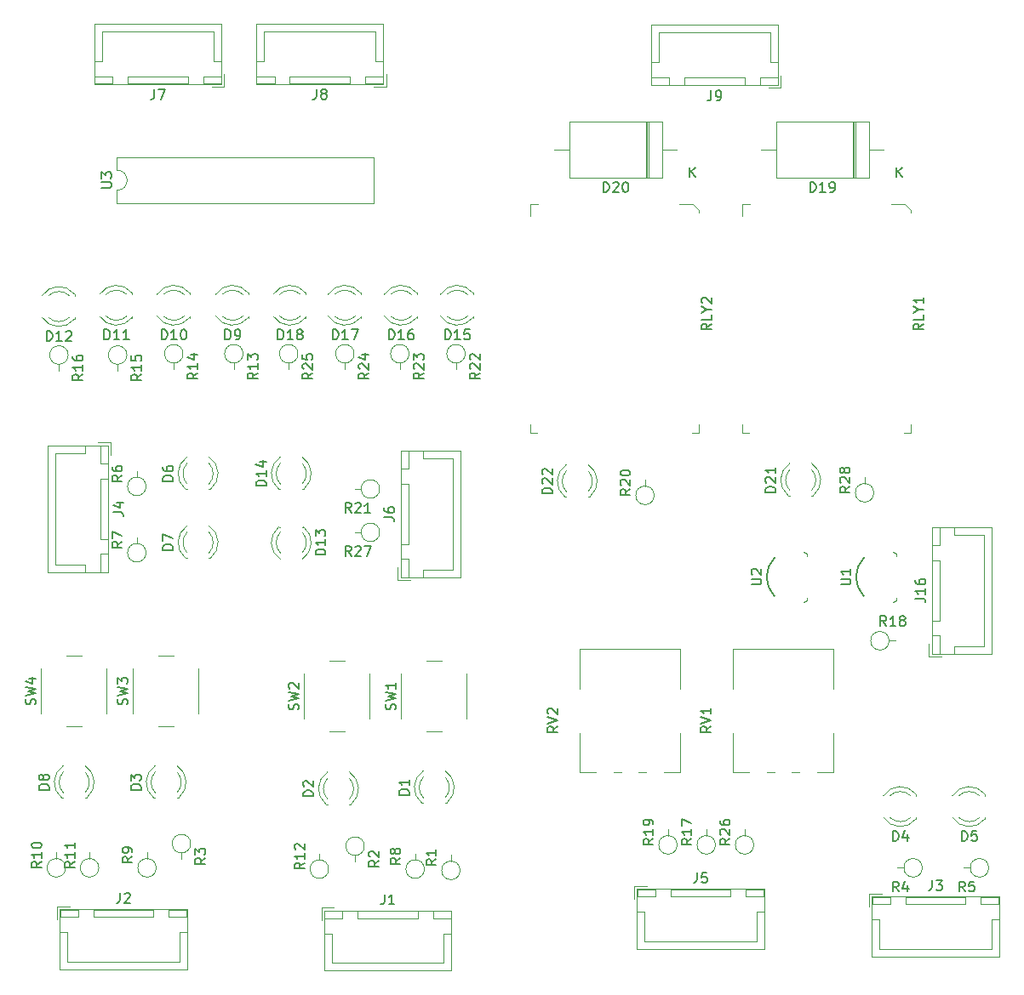
<source format=gbr>
%TF.GenerationSoftware,KiCad,Pcbnew,(5.1.10)-1*%
%TF.CreationDate,2022-03-14T15:34:21+00:00*%
%TF.ProjectId,testing_board,74657374-696e-4675-9f62-6f6172642e6b,rev?*%
%TF.SameCoordinates,Original*%
%TF.FileFunction,Legend,Top*%
%TF.FilePolarity,Positive*%
%FSLAX46Y46*%
G04 Gerber Fmt 4.6, Leading zero omitted, Abs format (unit mm)*
G04 Created by KiCad (PCBNEW (5.1.10)-1) date 2022-03-14 15:34:21*
%MOMM*%
%LPD*%
G01*
G04 APERTURE LIST*
%ADD10C,0.120000*%
%ADD11C,0.100000*%
%ADD12C,0.150000*%
G04 APERTURE END LIST*
D10*
%TO.C,J8*%
X53396000Y-91523000D02*
X53396000Y-90273000D01*
X52146000Y-91523000D02*
X53396000Y-91523000D01*
X41246000Y-86023000D02*
X46796000Y-86023000D01*
X41246000Y-88973000D02*
X41246000Y-86023000D01*
X40496000Y-88973000D02*
X41246000Y-88973000D01*
X52346000Y-86023000D02*
X46796000Y-86023000D01*
X52346000Y-88973000D02*
X52346000Y-86023000D01*
X53096000Y-88973000D02*
X52346000Y-88973000D01*
X40496000Y-91223000D02*
X42296000Y-91223000D01*
X40496000Y-90473000D02*
X40496000Y-91223000D01*
X42296000Y-90473000D02*
X40496000Y-90473000D01*
X42296000Y-91223000D02*
X42296000Y-90473000D01*
X51296000Y-91223000D02*
X53096000Y-91223000D01*
X51296000Y-90473000D02*
X51296000Y-91223000D01*
X53096000Y-90473000D02*
X51296000Y-90473000D01*
X53096000Y-91223000D02*
X53096000Y-90473000D01*
X43796000Y-91223000D02*
X49796000Y-91223000D01*
X43796000Y-90473000D02*
X43796000Y-91223000D01*
X49796000Y-90473000D02*
X43796000Y-90473000D01*
X49796000Y-91223000D02*
X49796000Y-90473000D01*
X40486000Y-91233000D02*
X53106000Y-91233000D01*
X40486000Y-85263000D02*
X40486000Y-91233000D01*
X53106000Y-85263000D02*
X40486000Y-85263000D01*
X53106000Y-91233000D02*
X53106000Y-85263000D01*
%TO.C,D1*%
X59246000Y-162850000D02*
X59402000Y-162850000D01*
X56930000Y-162850000D02*
X57086000Y-162850000D01*
X59245837Y-160248870D02*
G75*
G02*
X59246000Y-162330961I-1079837J-1041130D01*
G01*
X57086163Y-160248870D02*
G75*
G03*
X57086000Y-162330961I1079837J-1041130D01*
G01*
X59244608Y-159617665D02*
G75*
G02*
X59401516Y-162850000I-1078608J-1672335D01*
G01*
X57087392Y-159617665D02*
G75*
G03*
X56930484Y-162850000I1078608J-1672335D01*
G01*
%TO.C,D2*%
X47405000Y-162977000D02*
X47561000Y-162977000D01*
X49721000Y-162977000D02*
X49877000Y-162977000D01*
X47562392Y-159744665D02*
G75*
G03*
X47405484Y-162977000I1078608J-1672335D01*
G01*
X49719608Y-159744665D02*
G75*
G02*
X49876516Y-162977000I-1078608J-1672335D01*
G01*
X47561163Y-160375870D02*
G75*
G03*
X47561000Y-162457961I1079837J-1041130D01*
G01*
X49720837Y-160375870D02*
G75*
G02*
X49721000Y-162457961I-1079837J-1041130D01*
G01*
%TO.C,D3*%
X30260000Y-162342000D02*
X30416000Y-162342000D01*
X32576000Y-162342000D02*
X32732000Y-162342000D01*
X30417392Y-159109665D02*
G75*
G03*
X30260484Y-162342000I1078608J-1672335D01*
G01*
X32574608Y-159109665D02*
G75*
G02*
X32731516Y-162342000I-1078608J-1672335D01*
G01*
X30416163Y-159740870D02*
G75*
G03*
X30416000Y-161822961I1079837J-1041130D01*
G01*
X32575837Y-159740870D02*
G75*
G02*
X32576000Y-161822961I-1079837J-1041130D01*
G01*
%TO.C,D4*%
X106081000Y-164431000D02*
X106081000Y-164275000D01*
X106081000Y-162115000D02*
X106081000Y-161959000D01*
X102848665Y-164273608D02*
G75*
G03*
X106081000Y-164430516I1672335J1078608D01*
G01*
X102848665Y-162116392D02*
G75*
G02*
X106081000Y-161959484I1672335J-1078608D01*
G01*
X103479870Y-164274837D02*
G75*
G03*
X105561961Y-164275000I1041130J1079837D01*
G01*
X103479870Y-162115163D02*
G75*
G02*
X105561961Y-162115000I1041130J-1079837D01*
G01*
%TO.C,D5*%
X112939000Y-162115000D02*
X112939000Y-161959000D01*
X112939000Y-164431000D02*
X112939000Y-164275000D01*
X110337870Y-162115163D02*
G75*
G02*
X112419961Y-162115000I1041130J-1079837D01*
G01*
X110337870Y-164274837D02*
G75*
G03*
X112419961Y-164275000I1041130J1079837D01*
G01*
X109706665Y-162116392D02*
G75*
G02*
X112939000Y-161959484I1672335J-1078608D01*
G01*
X109706665Y-164273608D02*
G75*
G03*
X112939000Y-164430516I1672335J1078608D01*
G01*
%TO.C,D6*%
X35751000Y-131608000D02*
X35907000Y-131608000D01*
X33435000Y-131608000D02*
X33591000Y-131608000D01*
X35750837Y-129006870D02*
G75*
G02*
X35751000Y-131088961I-1079837J-1041130D01*
G01*
X33591163Y-129006870D02*
G75*
G03*
X33591000Y-131088961I1079837J-1041130D01*
G01*
X35749608Y-128375665D02*
G75*
G02*
X35906516Y-131608000I-1078608J-1672335D01*
G01*
X33592392Y-128375665D02*
G75*
G03*
X33435484Y-131608000I1078608J-1672335D01*
G01*
%TO.C,D7*%
X33435000Y-138466000D02*
X33591000Y-138466000D01*
X35751000Y-138466000D02*
X35907000Y-138466000D01*
X33592392Y-135233665D02*
G75*
G03*
X33435484Y-138466000I1078608J-1672335D01*
G01*
X35749608Y-135233665D02*
G75*
G02*
X35906516Y-138466000I-1078608J-1672335D01*
G01*
X33591163Y-135864870D02*
G75*
G03*
X33591000Y-137946961I1079837J-1041130D01*
G01*
X35750837Y-135864870D02*
G75*
G02*
X35751000Y-137946961I-1079837J-1041130D01*
G01*
%TO.C,D8*%
X21116000Y-162342000D02*
X21272000Y-162342000D01*
X23432000Y-162342000D02*
X23588000Y-162342000D01*
X21273392Y-159109665D02*
G75*
G03*
X21116484Y-162342000I1078608J-1672335D01*
G01*
X23430608Y-159109665D02*
G75*
G02*
X23587516Y-162342000I-1078608J-1672335D01*
G01*
X21272163Y-159740870D02*
G75*
G03*
X21272000Y-161822961I1079837J-1041130D01*
G01*
X23431837Y-159740870D02*
G75*
G02*
X23432000Y-161822961I-1079837J-1041130D01*
G01*
%TO.C,D9*%
X39660000Y-112204000D02*
X39660000Y-112048000D01*
X39660000Y-114520000D02*
X39660000Y-114364000D01*
X37058870Y-112204163D02*
G75*
G02*
X39140961Y-112204000I1041130J-1079837D01*
G01*
X37058870Y-114363837D02*
G75*
G03*
X39140961Y-114364000I1041130J1079837D01*
G01*
X36427665Y-112205392D02*
G75*
G02*
X39660000Y-112048484I1672335J-1078608D01*
G01*
X36427665Y-114362608D02*
G75*
G03*
X39660000Y-114519516I1672335J1078608D01*
G01*
%TO.C,D10*%
X33818000Y-112204000D02*
X33818000Y-112048000D01*
X33818000Y-114520000D02*
X33818000Y-114364000D01*
X31216870Y-112204163D02*
G75*
G02*
X33298961Y-112204000I1041130J-1079837D01*
G01*
X31216870Y-114363837D02*
G75*
G03*
X33298961Y-114364000I1041130J1079837D01*
G01*
X30585665Y-112205392D02*
G75*
G02*
X33818000Y-112048484I1672335J-1078608D01*
G01*
X30585665Y-114362608D02*
G75*
G03*
X33818000Y-114519516I1672335J1078608D01*
G01*
%TO.C,D11*%
X28103000Y-112204000D02*
X28103000Y-112048000D01*
X28103000Y-114520000D02*
X28103000Y-114364000D01*
X25501870Y-112204163D02*
G75*
G02*
X27583961Y-112204000I1041130J-1079837D01*
G01*
X25501870Y-114363837D02*
G75*
G03*
X27583961Y-114364000I1041130J1079837D01*
G01*
X24870665Y-112205392D02*
G75*
G02*
X28103000Y-112048484I1672335J-1078608D01*
G01*
X24870665Y-114362608D02*
G75*
G03*
X28103000Y-114519516I1672335J1078608D01*
G01*
%TO.C,D12*%
X22388000Y-114647000D02*
X22388000Y-114491000D01*
X22388000Y-112331000D02*
X22388000Y-112175000D01*
X19155665Y-114489608D02*
G75*
G03*
X22388000Y-114646516I1672335J1078608D01*
G01*
X19155665Y-112332392D02*
G75*
G02*
X22388000Y-112175484I1672335J-1078608D01*
G01*
X19786870Y-114490837D02*
G75*
G03*
X21868961Y-114491000I1041130J1079837D01*
G01*
X19786870Y-112331163D02*
G75*
G02*
X21868961Y-112331000I1041130J-1079837D01*
G01*
%TO.C,D13*%
X42862000Y-135346000D02*
X42706000Y-135346000D01*
X45178000Y-135346000D02*
X45022000Y-135346000D01*
X42862163Y-137947130D02*
G75*
G02*
X42862000Y-135865039I1079837J1041130D01*
G01*
X45021837Y-137947130D02*
G75*
G03*
X45022000Y-135865039I-1079837J1041130D01*
G01*
X42863392Y-138578335D02*
G75*
G02*
X42706484Y-135346000I1078608J1672335D01*
G01*
X45020608Y-138578335D02*
G75*
G03*
X45177516Y-135346000I-1078608J1672335D01*
G01*
%TO.C,D14*%
X42706000Y-131608000D02*
X42862000Y-131608000D01*
X45022000Y-131608000D02*
X45178000Y-131608000D01*
X42863392Y-128375665D02*
G75*
G03*
X42706484Y-131608000I1078608J-1672335D01*
G01*
X45020608Y-128375665D02*
G75*
G02*
X45177516Y-131608000I-1078608J-1672335D01*
G01*
X42862163Y-129006870D02*
G75*
G03*
X42862000Y-131088961I1079837J-1041130D01*
G01*
X45021837Y-129006870D02*
G75*
G02*
X45022000Y-131088961I-1079837J-1041130D01*
G01*
%TO.C,D15*%
X62012000Y-112204000D02*
X62012000Y-112048000D01*
X62012000Y-114520000D02*
X62012000Y-114364000D01*
X59410870Y-112204163D02*
G75*
G02*
X61492961Y-112204000I1041130J-1079837D01*
G01*
X59410870Y-114363837D02*
G75*
G03*
X61492961Y-114364000I1041130J1079837D01*
G01*
X58779665Y-112205392D02*
G75*
G02*
X62012000Y-112048484I1672335J-1078608D01*
G01*
X58779665Y-114362608D02*
G75*
G03*
X62012000Y-114519516I1672335J1078608D01*
G01*
%TO.C,D16*%
X56424000Y-114520000D02*
X56424000Y-114364000D01*
X56424000Y-112204000D02*
X56424000Y-112048000D01*
X53191665Y-114362608D02*
G75*
G03*
X56424000Y-114519516I1672335J1078608D01*
G01*
X53191665Y-112205392D02*
G75*
G02*
X56424000Y-112048484I1672335J-1078608D01*
G01*
X53822870Y-114363837D02*
G75*
G03*
X55904961Y-114364000I1041130J1079837D01*
G01*
X53822870Y-112204163D02*
G75*
G02*
X55904961Y-112204000I1041130J-1079837D01*
G01*
%TO.C,D17*%
X50836000Y-112204000D02*
X50836000Y-112048000D01*
X50836000Y-114520000D02*
X50836000Y-114364000D01*
X48234870Y-112204163D02*
G75*
G02*
X50316961Y-112204000I1041130J-1079837D01*
G01*
X48234870Y-114363837D02*
G75*
G03*
X50316961Y-114364000I1041130J1079837D01*
G01*
X47603665Y-112205392D02*
G75*
G02*
X50836000Y-112048484I1672335J-1078608D01*
G01*
X47603665Y-114362608D02*
G75*
G03*
X50836000Y-114519516I1672335J1078608D01*
G01*
%TO.C,D18*%
X45375000Y-114520000D02*
X45375000Y-114364000D01*
X45375000Y-112204000D02*
X45375000Y-112048000D01*
X42142665Y-114362608D02*
G75*
G03*
X45375000Y-114519516I1672335J1078608D01*
G01*
X42142665Y-112205392D02*
G75*
G02*
X45375000Y-112048484I1672335J-1078608D01*
G01*
X42773870Y-114363837D02*
G75*
G03*
X44855961Y-114364000I1041130J1079837D01*
G01*
X42773870Y-112204163D02*
G75*
G02*
X44855961Y-112204000I1041130J-1079837D01*
G01*
%TO.C,J1*%
X47224000Y-173562000D02*
X47224000Y-179532000D01*
X47224000Y-179532000D02*
X59844000Y-179532000D01*
X59844000Y-179532000D02*
X59844000Y-173562000D01*
X59844000Y-173562000D02*
X47224000Y-173562000D01*
X50534000Y-173572000D02*
X50534000Y-174322000D01*
X50534000Y-174322000D02*
X56534000Y-174322000D01*
X56534000Y-174322000D02*
X56534000Y-173572000D01*
X56534000Y-173572000D02*
X50534000Y-173572000D01*
X47234000Y-173572000D02*
X47234000Y-174322000D01*
X47234000Y-174322000D02*
X49034000Y-174322000D01*
X49034000Y-174322000D02*
X49034000Y-173572000D01*
X49034000Y-173572000D02*
X47234000Y-173572000D01*
X58034000Y-173572000D02*
X58034000Y-174322000D01*
X58034000Y-174322000D02*
X59834000Y-174322000D01*
X59834000Y-174322000D02*
X59834000Y-173572000D01*
X59834000Y-173572000D02*
X58034000Y-173572000D01*
X47234000Y-175822000D02*
X47984000Y-175822000D01*
X47984000Y-175822000D02*
X47984000Y-178772000D01*
X47984000Y-178772000D02*
X53534000Y-178772000D01*
X59834000Y-175822000D02*
X59084000Y-175822000D01*
X59084000Y-175822000D02*
X59084000Y-178772000D01*
X59084000Y-178772000D02*
X53534000Y-178772000D01*
X48184000Y-173272000D02*
X46934000Y-173272000D01*
X46934000Y-173272000D02*
X46934000Y-174522000D01*
%TO.C,J2*%
X20645000Y-173145000D02*
X20645000Y-174395000D01*
X21895000Y-173145000D02*
X20645000Y-173145000D01*
X32795000Y-178645000D02*
X27245000Y-178645000D01*
X32795000Y-175695000D02*
X32795000Y-178645000D01*
X33545000Y-175695000D02*
X32795000Y-175695000D01*
X21695000Y-178645000D02*
X27245000Y-178645000D01*
X21695000Y-175695000D02*
X21695000Y-178645000D01*
X20945000Y-175695000D02*
X21695000Y-175695000D01*
X33545000Y-173445000D02*
X31745000Y-173445000D01*
X33545000Y-174195000D02*
X33545000Y-173445000D01*
X31745000Y-174195000D02*
X33545000Y-174195000D01*
X31745000Y-173445000D02*
X31745000Y-174195000D01*
X22745000Y-173445000D02*
X20945000Y-173445000D01*
X22745000Y-174195000D02*
X22745000Y-173445000D01*
X20945000Y-174195000D02*
X22745000Y-174195000D01*
X20945000Y-173445000D02*
X20945000Y-174195000D01*
X30245000Y-173445000D02*
X24245000Y-173445000D01*
X30245000Y-174195000D02*
X30245000Y-173445000D01*
X24245000Y-174195000D02*
X30245000Y-174195000D01*
X24245000Y-173445000D02*
X24245000Y-174195000D01*
X33555000Y-173435000D02*
X20935000Y-173435000D01*
X33555000Y-179405000D02*
X33555000Y-173435000D01*
X20935000Y-179405000D02*
X33555000Y-179405000D01*
X20935000Y-173435000D02*
X20935000Y-179405000D01*
%TO.C,J3*%
X101417000Y-171875000D02*
X101417000Y-173125000D01*
X102667000Y-171875000D02*
X101417000Y-171875000D01*
X113567000Y-177375000D02*
X108017000Y-177375000D01*
X113567000Y-174425000D02*
X113567000Y-177375000D01*
X114317000Y-174425000D02*
X113567000Y-174425000D01*
X102467000Y-177375000D02*
X108017000Y-177375000D01*
X102467000Y-174425000D02*
X102467000Y-177375000D01*
X101717000Y-174425000D02*
X102467000Y-174425000D01*
X114317000Y-172175000D02*
X112517000Y-172175000D01*
X114317000Y-172925000D02*
X114317000Y-172175000D01*
X112517000Y-172925000D02*
X114317000Y-172925000D01*
X112517000Y-172175000D02*
X112517000Y-172925000D01*
X103517000Y-172175000D02*
X101717000Y-172175000D01*
X103517000Y-172925000D02*
X103517000Y-172175000D01*
X101717000Y-172925000D02*
X103517000Y-172925000D01*
X101717000Y-172175000D02*
X101717000Y-172925000D01*
X111017000Y-172175000D02*
X105017000Y-172175000D01*
X111017000Y-172925000D02*
X111017000Y-172175000D01*
X105017000Y-172925000D02*
X111017000Y-172925000D01*
X105017000Y-172175000D02*
X105017000Y-172925000D01*
X114327000Y-172165000D02*
X101707000Y-172165000D01*
X114327000Y-178135000D02*
X114327000Y-172165000D01*
X101707000Y-178135000D02*
X114327000Y-178135000D01*
X101707000Y-172165000D02*
X101707000Y-178135000D01*
%TO.C,J4*%
X25701000Y-127234000D02*
X19731000Y-127234000D01*
X19731000Y-127234000D02*
X19731000Y-139854000D01*
X19731000Y-139854000D02*
X25701000Y-139854000D01*
X25701000Y-139854000D02*
X25701000Y-127234000D01*
X25691000Y-130544000D02*
X24941000Y-130544000D01*
X24941000Y-130544000D02*
X24941000Y-136544000D01*
X24941000Y-136544000D02*
X25691000Y-136544000D01*
X25691000Y-136544000D02*
X25691000Y-130544000D01*
X25691000Y-127244000D02*
X24941000Y-127244000D01*
X24941000Y-127244000D02*
X24941000Y-129044000D01*
X24941000Y-129044000D02*
X25691000Y-129044000D01*
X25691000Y-129044000D02*
X25691000Y-127244000D01*
X25691000Y-138044000D02*
X24941000Y-138044000D01*
X24941000Y-138044000D02*
X24941000Y-139844000D01*
X24941000Y-139844000D02*
X25691000Y-139844000D01*
X25691000Y-139844000D02*
X25691000Y-138044000D01*
X23441000Y-127244000D02*
X23441000Y-127994000D01*
X23441000Y-127994000D02*
X20491000Y-127994000D01*
X20491000Y-127994000D02*
X20491000Y-133544000D01*
X23441000Y-139844000D02*
X23441000Y-139094000D01*
X23441000Y-139094000D02*
X20491000Y-139094000D01*
X20491000Y-139094000D02*
X20491000Y-133544000D01*
X25991000Y-128194000D02*
X25991000Y-126944000D01*
X25991000Y-126944000D02*
X24741000Y-126944000D01*
%TO.C,J5*%
X78339000Y-171403000D02*
X78339000Y-177373000D01*
X78339000Y-177373000D02*
X90959000Y-177373000D01*
X90959000Y-177373000D02*
X90959000Y-171403000D01*
X90959000Y-171403000D02*
X78339000Y-171403000D01*
X81649000Y-171413000D02*
X81649000Y-172163000D01*
X81649000Y-172163000D02*
X87649000Y-172163000D01*
X87649000Y-172163000D02*
X87649000Y-171413000D01*
X87649000Y-171413000D02*
X81649000Y-171413000D01*
X78349000Y-171413000D02*
X78349000Y-172163000D01*
X78349000Y-172163000D02*
X80149000Y-172163000D01*
X80149000Y-172163000D02*
X80149000Y-171413000D01*
X80149000Y-171413000D02*
X78349000Y-171413000D01*
X89149000Y-171413000D02*
X89149000Y-172163000D01*
X89149000Y-172163000D02*
X90949000Y-172163000D01*
X90949000Y-172163000D02*
X90949000Y-171413000D01*
X90949000Y-171413000D02*
X89149000Y-171413000D01*
X78349000Y-173663000D02*
X79099000Y-173663000D01*
X79099000Y-173663000D02*
X79099000Y-176613000D01*
X79099000Y-176613000D02*
X84649000Y-176613000D01*
X90949000Y-173663000D02*
X90199000Y-173663000D01*
X90199000Y-173663000D02*
X90199000Y-176613000D01*
X90199000Y-176613000D02*
X84649000Y-176613000D01*
X79299000Y-171113000D02*
X78049000Y-171113000D01*
X78049000Y-171113000D02*
X78049000Y-172363000D01*
%TO.C,R1*%
X60737000Y-169545000D02*
G75*
G03*
X60737000Y-169545000I-920000J0D01*
G01*
X59817000Y-168625000D02*
X59817000Y-168005000D01*
%TO.C,R2*%
X51212000Y-167132000D02*
G75*
G03*
X51212000Y-167132000I-920000J0D01*
G01*
X50292000Y-168052000D02*
X50292000Y-168672000D01*
%TO.C,R3*%
X33020000Y-167798000D02*
X33020000Y-168418000D01*
X33940000Y-166878000D02*
G75*
G03*
X33940000Y-166878000I-920000J0D01*
G01*
%TO.C,R4*%
X106711000Y-169291000D02*
G75*
G03*
X106711000Y-169291000I-920000J0D01*
G01*
X104871000Y-169291000D02*
X104251000Y-169291000D01*
%TO.C,R5*%
X111475000Y-169291000D02*
X110855000Y-169291000D01*
X113315000Y-169291000D02*
G75*
G03*
X113315000Y-169291000I-920000J0D01*
G01*
%TO.C,R6*%
X29495000Y-131318000D02*
G75*
G03*
X29495000Y-131318000I-920000J0D01*
G01*
X28575000Y-130398000D02*
X28575000Y-129778000D01*
%TO.C,R7*%
X29495000Y-137922000D02*
G75*
G03*
X29495000Y-137922000I-920000J0D01*
G01*
X28575000Y-137002000D02*
X28575000Y-136382000D01*
%TO.C,R8*%
X56261000Y-168498000D02*
X56261000Y-167878000D01*
X57181000Y-169418000D02*
G75*
G03*
X57181000Y-169418000I-920000J0D01*
G01*
%TO.C,R9*%
X30511000Y-169291000D02*
G75*
G03*
X30511000Y-169291000I-920000J0D01*
G01*
X29591000Y-168371000D02*
X29591000Y-167751000D01*
%TO.C,R10*%
X20574000Y-168371000D02*
X20574000Y-167751000D01*
X21494000Y-169291000D02*
G75*
G03*
X21494000Y-169291000I-920000J0D01*
G01*
%TO.C,R11*%
X23876000Y-168371000D02*
X23876000Y-167751000D01*
X24796000Y-169291000D02*
G75*
G03*
X24796000Y-169291000I-920000J0D01*
G01*
%TO.C,R12*%
X46736000Y-168498000D02*
X46736000Y-167878000D01*
X47656000Y-169418000D02*
G75*
G03*
X47656000Y-169418000I-920000J0D01*
G01*
%TO.C,R13*%
X39147000Y-118110000D02*
G75*
G03*
X39147000Y-118110000I-920000J0D01*
G01*
X38227000Y-119030000D02*
X38227000Y-119650000D01*
%TO.C,R14*%
X32258000Y-119030000D02*
X32258000Y-119650000D01*
X33178000Y-118110000D02*
G75*
G03*
X33178000Y-118110000I-920000J0D01*
G01*
%TO.C,R15*%
X27590000Y-118237000D02*
G75*
G03*
X27590000Y-118237000I-920000J0D01*
G01*
X26670000Y-119157000D02*
X26670000Y-119777000D01*
%TO.C,R16*%
X20828000Y-119157000D02*
X20828000Y-119777000D01*
X21748000Y-118237000D02*
G75*
G03*
X21748000Y-118237000I-920000J0D01*
G01*
%TO.C,R17*%
X86137000Y-167005000D02*
G75*
G03*
X86137000Y-167005000I-920000J0D01*
G01*
X85217000Y-166085000D02*
X85217000Y-165465000D01*
%TO.C,R18*%
X103409000Y-146685000D02*
G75*
G03*
X103409000Y-146685000I-920000J0D01*
G01*
X103409000Y-146685000D02*
X104029000Y-146685000D01*
%TO.C,R19*%
X81407000Y-166085000D02*
X81407000Y-165465000D01*
X82327000Y-167005000D02*
G75*
G03*
X82327000Y-167005000I-920000J0D01*
G01*
%TO.C,R20*%
X80041000Y-132207000D02*
G75*
G03*
X80041000Y-132207000I-920000J0D01*
G01*
X79121000Y-131287000D02*
X79121000Y-130667000D01*
%TO.C,R21*%
X50896000Y-131572000D02*
X50276000Y-131572000D01*
X52736000Y-131572000D02*
G75*
G03*
X52736000Y-131572000I-920000J0D01*
G01*
%TO.C,R22*%
X60325000Y-119030000D02*
X60325000Y-119650000D01*
X61245000Y-118110000D02*
G75*
G03*
X61245000Y-118110000I-920000J0D01*
G01*
%TO.C,R23*%
X55657000Y-118110000D02*
G75*
G03*
X55657000Y-118110000I-920000J0D01*
G01*
X54737000Y-119030000D02*
X54737000Y-119650000D01*
%TO.C,R24*%
X49276000Y-119030000D02*
X49276000Y-119650000D01*
X50196000Y-118110000D02*
G75*
G03*
X50196000Y-118110000I-920000J0D01*
G01*
%TO.C,R25*%
X44608000Y-118110000D02*
G75*
G03*
X44608000Y-118110000I-920000J0D01*
G01*
X43688000Y-119030000D02*
X43688000Y-119650000D01*
%TO.C,RV1*%
X87856000Y-147535000D02*
X97897000Y-147535000D01*
X96247000Y-159775000D02*
X97897000Y-159775000D01*
X93748000Y-159775000D02*
X94507000Y-159775000D01*
X91248000Y-159775000D02*
X92007000Y-159775000D01*
X87856000Y-159775000D02*
X89506000Y-159775000D01*
X97897000Y-151471000D02*
X97897000Y-147535000D01*
X97897000Y-159775000D02*
X97897000Y-155838000D01*
X87856000Y-151471000D02*
X87856000Y-147535000D01*
X87856000Y-159775000D02*
X87856000Y-155838000D01*
%TO.C,RV2*%
X72616000Y-159775000D02*
X72616000Y-155838000D01*
X72616000Y-151471000D02*
X72616000Y-147535000D01*
X82657000Y-159775000D02*
X82657000Y-155838000D01*
X82657000Y-151471000D02*
X82657000Y-147535000D01*
X72616000Y-159775000D02*
X74266000Y-159775000D01*
X76008000Y-159775000D02*
X76767000Y-159775000D01*
X78508000Y-159775000D02*
X79267000Y-159775000D01*
X81007000Y-159775000D02*
X82657000Y-159775000D01*
X72616000Y-147535000D02*
X82657000Y-147535000D01*
%TO.C,SW1*%
X58880000Y-148698000D02*
X57380000Y-148698000D01*
X54880000Y-149948000D02*
X54880000Y-154448000D01*
X57380000Y-155698000D02*
X58880000Y-155698000D01*
X61380000Y-154448000D02*
X61380000Y-149948000D01*
%TO.C,SW2*%
X51728000Y-154448000D02*
X51728000Y-149948000D01*
X47728000Y-155698000D02*
X49228000Y-155698000D01*
X45228000Y-149948000D02*
X45228000Y-154448000D01*
X49228000Y-148698000D02*
X47728000Y-148698000D01*
%TO.C,SW3*%
X34710000Y-153940000D02*
X34710000Y-149440000D01*
X30710000Y-155190000D02*
X32210000Y-155190000D01*
X28210000Y-149440000D02*
X28210000Y-153940000D01*
X32210000Y-148190000D02*
X30710000Y-148190000D01*
%TO.C,SW4*%
X23066000Y-148190000D02*
X21566000Y-148190000D01*
X19066000Y-149440000D02*
X19066000Y-153940000D01*
X21566000Y-155190000D02*
X23066000Y-155190000D01*
X25566000Y-153940000D02*
X25566000Y-149440000D01*
D11*
%TO.C,U1*%
X104089000Y-137985000D02*
X103789000Y-137835000D01*
X104089000Y-137985000D02*
X104089000Y-138285000D01*
X104089000Y-142385000D02*
X104089000Y-142685000D01*
X104089000Y-142685000D02*
X103789000Y-142835000D01*
D12*
X100939000Y-138385000D02*
G75*
G03*
X100889000Y-142235000I1900000J-1950000D01*
G01*
D11*
%TO.C,U2*%
X95199000Y-142685000D02*
X94899000Y-142835000D01*
X95199000Y-142385000D02*
X95199000Y-142685000D01*
X95199000Y-137985000D02*
X95199000Y-138285000D01*
X95199000Y-137985000D02*
X94899000Y-137835000D01*
D12*
X92049000Y-138385000D02*
G75*
G03*
X91999000Y-142235000I1900000J-1950000D01*
G01*
D10*
%TO.C,J16*%
X107649000Y-147975000D02*
X113619000Y-147975000D01*
X113619000Y-147975000D02*
X113619000Y-135355000D01*
X113619000Y-135355000D02*
X107649000Y-135355000D01*
X107649000Y-135355000D02*
X107649000Y-147975000D01*
X107659000Y-144665000D02*
X108409000Y-144665000D01*
X108409000Y-144665000D02*
X108409000Y-138665000D01*
X108409000Y-138665000D02*
X107659000Y-138665000D01*
X107659000Y-138665000D02*
X107659000Y-144665000D01*
X107659000Y-147965000D02*
X108409000Y-147965000D01*
X108409000Y-147965000D02*
X108409000Y-146165000D01*
X108409000Y-146165000D02*
X107659000Y-146165000D01*
X107659000Y-146165000D02*
X107659000Y-147965000D01*
X107659000Y-137165000D02*
X108409000Y-137165000D01*
X108409000Y-137165000D02*
X108409000Y-135365000D01*
X108409000Y-135365000D02*
X107659000Y-135365000D01*
X107659000Y-135365000D02*
X107659000Y-137165000D01*
X109909000Y-147965000D02*
X109909000Y-147215000D01*
X109909000Y-147215000D02*
X112859000Y-147215000D01*
X112859000Y-147215000D02*
X112859000Y-141665000D01*
X109909000Y-135365000D02*
X109909000Y-136115000D01*
X109909000Y-136115000D02*
X112859000Y-136115000D01*
X112859000Y-136115000D02*
X112859000Y-141665000D01*
X107359000Y-147015000D02*
X107359000Y-148265000D01*
X107359000Y-148265000D02*
X108609000Y-148265000D01*
%TO.C,R26*%
X89027000Y-166085000D02*
X89027000Y-165465000D01*
X89947000Y-167005000D02*
G75*
G03*
X89947000Y-167005000I-920000J0D01*
G01*
%TO.C,D21*%
X93379000Y-132243000D02*
X93535000Y-132243000D01*
X95695000Y-132243000D02*
X95851000Y-132243000D01*
X93536392Y-129010665D02*
G75*
G03*
X93379484Y-132243000I1078608J-1672335D01*
G01*
X95693608Y-129010665D02*
G75*
G02*
X95850516Y-132243000I-1078608J-1672335D01*
G01*
X93535163Y-129641870D02*
G75*
G03*
X93535000Y-131723961I1079837J-1041130D01*
G01*
X95694837Y-129641870D02*
G75*
G02*
X95695000Y-131723961I-1079837J-1041130D01*
G01*
%TO.C,D22*%
X73470000Y-132370000D02*
X73626000Y-132370000D01*
X71154000Y-132370000D02*
X71310000Y-132370000D01*
X73469837Y-129768870D02*
G75*
G02*
X73470000Y-131850961I-1079837J-1041130D01*
G01*
X71310163Y-129768870D02*
G75*
G03*
X71310000Y-131850961I1079837J-1041130D01*
G01*
X73468608Y-129137665D02*
G75*
G02*
X73625516Y-132370000I-1078608J-1672335D01*
G01*
X71311392Y-129137665D02*
G75*
G03*
X71154484Y-132370000I1078608J-1672335D01*
G01*
%TO.C,J7*%
X36977000Y-91233000D02*
X36977000Y-85263000D01*
X36977000Y-85263000D02*
X24357000Y-85263000D01*
X24357000Y-85263000D02*
X24357000Y-91233000D01*
X24357000Y-91233000D02*
X36977000Y-91233000D01*
X33667000Y-91223000D02*
X33667000Y-90473000D01*
X33667000Y-90473000D02*
X27667000Y-90473000D01*
X27667000Y-90473000D02*
X27667000Y-91223000D01*
X27667000Y-91223000D02*
X33667000Y-91223000D01*
X36967000Y-91223000D02*
X36967000Y-90473000D01*
X36967000Y-90473000D02*
X35167000Y-90473000D01*
X35167000Y-90473000D02*
X35167000Y-91223000D01*
X35167000Y-91223000D02*
X36967000Y-91223000D01*
X26167000Y-91223000D02*
X26167000Y-90473000D01*
X26167000Y-90473000D02*
X24367000Y-90473000D01*
X24367000Y-90473000D02*
X24367000Y-91223000D01*
X24367000Y-91223000D02*
X26167000Y-91223000D01*
X36967000Y-88973000D02*
X36217000Y-88973000D01*
X36217000Y-88973000D02*
X36217000Y-86023000D01*
X36217000Y-86023000D02*
X30667000Y-86023000D01*
X24367000Y-88973000D02*
X25117000Y-88973000D01*
X25117000Y-88973000D02*
X25117000Y-86023000D01*
X25117000Y-86023000D02*
X30667000Y-86023000D01*
X36017000Y-91523000D02*
X37267000Y-91523000D01*
X37267000Y-91523000D02*
X37267000Y-90273000D01*
%TO.C,J9*%
X92349000Y-91360000D02*
X92349000Y-85390000D01*
X92349000Y-85390000D02*
X79729000Y-85390000D01*
X79729000Y-85390000D02*
X79729000Y-91360000D01*
X79729000Y-91360000D02*
X92349000Y-91360000D01*
X89039000Y-91350000D02*
X89039000Y-90600000D01*
X89039000Y-90600000D02*
X83039000Y-90600000D01*
X83039000Y-90600000D02*
X83039000Y-91350000D01*
X83039000Y-91350000D02*
X89039000Y-91350000D01*
X92339000Y-91350000D02*
X92339000Y-90600000D01*
X92339000Y-90600000D02*
X90539000Y-90600000D01*
X90539000Y-90600000D02*
X90539000Y-91350000D01*
X90539000Y-91350000D02*
X92339000Y-91350000D01*
X81539000Y-91350000D02*
X81539000Y-90600000D01*
X81539000Y-90600000D02*
X79739000Y-90600000D01*
X79739000Y-90600000D02*
X79739000Y-91350000D01*
X79739000Y-91350000D02*
X81539000Y-91350000D01*
X92339000Y-89100000D02*
X91589000Y-89100000D01*
X91589000Y-89100000D02*
X91589000Y-86150000D01*
X91589000Y-86150000D02*
X86039000Y-86150000D01*
X79739000Y-89100000D02*
X80489000Y-89100000D01*
X80489000Y-89100000D02*
X80489000Y-86150000D01*
X80489000Y-86150000D02*
X86039000Y-86150000D01*
X91389000Y-91650000D02*
X92639000Y-91650000D01*
X92639000Y-91650000D02*
X92639000Y-90400000D01*
%TO.C,R27*%
X52736000Y-135890000D02*
G75*
G03*
X52736000Y-135890000I-920000J0D01*
G01*
X50896000Y-135890000D02*
X50276000Y-135890000D01*
%TO.C,R28*%
X100965000Y-131033000D02*
X100965000Y-130413000D01*
X101885000Y-131953000D02*
G75*
G03*
X101885000Y-131953000I-920000J0D01*
G01*
D11*
%TO.C,RLY1*%
X105530000Y-104068000D02*
X105530000Y-103843000D01*
X105530000Y-103843000D02*
X104955000Y-103243000D01*
X104955000Y-103243000D02*
X103580000Y-103243000D01*
X88780000Y-104368000D02*
X88780000Y-103243000D01*
X88780000Y-103243000D02*
X89555000Y-103243000D01*
X89480000Y-125993000D02*
X88780000Y-125993000D01*
X88780000Y-125993000D02*
X88780000Y-125143000D01*
X105530000Y-125168000D02*
X105530000Y-125993000D01*
X105530000Y-125993000D02*
X104905000Y-125993000D01*
%TO.C,RLY2*%
X84448000Y-125993000D02*
X83823000Y-125993000D01*
X84448000Y-125168000D02*
X84448000Y-125993000D01*
X67698000Y-125993000D02*
X67698000Y-125143000D01*
X68398000Y-125993000D02*
X67698000Y-125993000D01*
X67698000Y-103243000D02*
X68473000Y-103243000D01*
X67698000Y-104368000D02*
X67698000Y-103243000D01*
X83873000Y-103243000D02*
X82498000Y-103243000D01*
X84448000Y-103843000D02*
X83873000Y-103243000D01*
X84448000Y-104068000D02*
X84448000Y-103843000D01*
D10*
%TO.C,U3*%
X26610000Y-101838000D02*
X26610000Y-103088000D01*
X26610000Y-103088000D02*
X52130000Y-103088000D01*
X52130000Y-103088000D02*
X52130000Y-98588000D01*
X52130000Y-98588000D02*
X26610000Y-98588000D01*
X26610000Y-98588000D02*
X26610000Y-99838000D01*
X26610000Y-99838000D02*
G75*
G02*
X26610000Y-101838000I0J-1000000D01*
G01*
%TO.C,J6*%
X54817000Y-140355000D02*
X60787000Y-140355000D01*
X60787000Y-140355000D02*
X60787000Y-127735000D01*
X60787000Y-127735000D02*
X54817000Y-127735000D01*
X54817000Y-127735000D02*
X54817000Y-140355000D01*
X54827000Y-137045000D02*
X55577000Y-137045000D01*
X55577000Y-137045000D02*
X55577000Y-131045000D01*
X55577000Y-131045000D02*
X54827000Y-131045000D01*
X54827000Y-131045000D02*
X54827000Y-137045000D01*
X54827000Y-140345000D02*
X55577000Y-140345000D01*
X55577000Y-140345000D02*
X55577000Y-138545000D01*
X55577000Y-138545000D02*
X54827000Y-138545000D01*
X54827000Y-138545000D02*
X54827000Y-140345000D01*
X54827000Y-129545000D02*
X55577000Y-129545000D01*
X55577000Y-129545000D02*
X55577000Y-127745000D01*
X55577000Y-127745000D02*
X54827000Y-127745000D01*
X54827000Y-127745000D02*
X54827000Y-129545000D01*
X57077000Y-140345000D02*
X57077000Y-139595000D01*
X57077000Y-139595000D02*
X60027000Y-139595000D01*
X60027000Y-139595000D02*
X60027000Y-134045000D01*
X57077000Y-127745000D02*
X57077000Y-128495000D01*
X57077000Y-128495000D02*
X60027000Y-128495000D01*
X60027000Y-128495000D02*
X60027000Y-134045000D01*
X54527000Y-139395000D02*
X54527000Y-140645000D01*
X54527000Y-140645000D02*
X55777000Y-140645000D01*
%TO.C,D19*%
X101394000Y-100560000D02*
X101394000Y-95020000D01*
X101394000Y-95020000D02*
X92154000Y-95020000D01*
X92154000Y-95020000D02*
X92154000Y-100560000D01*
X92154000Y-100560000D02*
X101394000Y-100560000D01*
X102854000Y-97790000D02*
X101394000Y-97790000D01*
X90694000Y-97790000D02*
X92154000Y-97790000D01*
X99924000Y-100560000D02*
X99924000Y-95020000D01*
X99804000Y-100560000D02*
X99804000Y-95020000D01*
X100044000Y-100560000D02*
X100044000Y-95020000D01*
%TO.C,D20*%
X79470000Y-100560000D02*
X79470000Y-95020000D01*
X79230000Y-100560000D02*
X79230000Y-95020000D01*
X79350000Y-100560000D02*
X79350000Y-95020000D01*
X70120000Y-97790000D02*
X71580000Y-97790000D01*
X82280000Y-97790000D02*
X80820000Y-97790000D01*
X71580000Y-100560000D02*
X80820000Y-100560000D01*
X71580000Y-95020000D02*
X71580000Y-100560000D01*
X80820000Y-95020000D02*
X71580000Y-95020000D01*
X80820000Y-100560000D02*
X80820000Y-95020000D01*
%TO.C,J8*%
D12*
X46462666Y-91775380D02*
X46462666Y-92489666D01*
X46415047Y-92632523D01*
X46319809Y-92727761D01*
X46176952Y-92775380D01*
X46081714Y-92775380D01*
X47081714Y-92203952D02*
X46986476Y-92156333D01*
X46938857Y-92108714D01*
X46891238Y-92013476D01*
X46891238Y-91965857D01*
X46938857Y-91870619D01*
X46986476Y-91823000D01*
X47081714Y-91775380D01*
X47272190Y-91775380D01*
X47367428Y-91823000D01*
X47415047Y-91870619D01*
X47462666Y-91965857D01*
X47462666Y-92013476D01*
X47415047Y-92108714D01*
X47367428Y-92156333D01*
X47272190Y-92203952D01*
X47081714Y-92203952D01*
X46986476Y-92251571D01*
X46938857Y-92299190D01*
X46891238Y-92394428D01*
X46891238Y-92584904D01*
X46938857Y-92680142D01*
X46986476Y-92727761D01*
X47081714Y-92775380D01*
X47272190Y-92775380D01*
X47367428Y-92727761D01*
X47415047Y-92680142D01*
X47462666Y-92584904D01*
X47462666Y-92394428D01*
X47415047Y-92299190D01*
X47367428Y-92251571D01*
X47272190Y-92203952D01*
%TO.C,D1*%
X55658380Y-162028095D02*
X54658380Y-162028095D01*
X54658380Y-161790000D01*
X54706000Y-161647142D01*
X54801238Y-161551904D01*
X54896476Y-161504285D01*
X55086952Y-161456666D01*
X55229809Y-161456666D01*
X55420285Y-161504285D01*
X55515523Y-161551904D01*
X55610761Y-161647142D01*
X55658380Y-161790000D01*
X55658380Y-162028095D01*
X55658380Y-160504285D02*
X55658380Y-161075714D01*
X55658380Y-160790000D02*
X54658380Y-160790000D01*
X54801238Y-160885238D01*
X54896476Y-160980476D01*
X54944095Y-161075714D01*
%TO.C,D2*%
X46133380Y-162155095D02*
X45133380Y-162155095D01*
X45133380Y-161917000D01*
X45181000Y-161774142D01*
X45276238Y-161678904D01*
X45371476Y-161631285D01*
X45561952Y-161583666D01*
X45704809Y-161583666D01*
X45895285Y-161631285D01*
X45990523Y-161678904D01*
X46085761Y-161774142D01*
X46133380Y-161917000D01*
X46133380Y-162155095D01*
X45228619Y-161202714D02*
X45181000Y-161155095D01*
X45133380Y-161059857D01*
X45133380Y-160821761D01*
X45181000Y-160726523D01*
X45228619Y-160678904D01*
X45323857Y-160631285D01*
X45419095Y-160631285D01*
X45561952Y-160678904D01*
X46133380Y-161250333D01*
X46133380Y-160631285D01*
%TO.C,D3*%
X28988380Y-161520095D02*
X27988380Y-161520095D01*
X27988380Y-161282000D01*
X28036000Y-161139142D01*
X28131238Y-161043904D01*
X28226476Y-160996285D01*
X28416952Y-160948666D01*
X28559809Y-160948666D01*
X28750285Y-160996285D01*
X28845523Y-161043904D01*
X28940761Y-161139142D01*
X28988380Y-161282000D01*
X28988380Y-161520095D01*
X27988380Y-160615333D02*
X27988380Y-159996285D01*
X28369333Y-160329619D01*
X28369333Y-160186761D01*
X28416952Y-160091523D01*
X28464571Y-160043904D01*
X28559809Y-159996285D01*
X28797904Y-159996285D01*
X28893142Y-160043904D01*
X28940761Y-160091523D01*
X28988380Y-160186761D01*
X28988380Y-160472476D01*
X28940761Y-160567714D01*
X28893142Y-160615333D01*
%TO.C,D4*%
X103782904Y-166607380D02*
X103782904Y-165607380D01*
X104021000Y-165607380D01*
X104163857Y-165655000D01*
X104259095Y-165750238D01*
X104306714Y-165845476D01*
X104354333Y-166035952D01*
X104354333Y-166178809D01*
X104306714Y-166369285D01*
X104259095Y-166464523D01*
X104163857Y-166559761D01*
X104021000Y-166607380D01*
X103782904Y-166607380D01*
X105211476Y-165940714D02*
X105211476Y-166607380D01*
X104973380Y-165559761D02*
X104735285Y-166274047D01*
X105354333Y-166274047D01*
%TO.C,D5*%
X110640904Y-166607380D02*
X110640904Y-165607380D01*
X110879000Y-165607380D01*
X111021857Y-165655000D01*
X111117095Y-165750238D01*
X111164714Y-165845476D01*
X111212333Y-166035952D01*
X111212333Y-166178809D01*
X111164714Y-166369285D01*
X111117095Y-166464523D01*
X111021857Y-166559761D01*
X110879000Y-166607380D01*
X110640904Y-166607380D01*
X112117095Y-165607380D02*
X111640904Y-165607380D01*
X111593285Y-166083571D01*
X111640904Y-166035952D01*
X111736142Y-165988333D01*
X111974238Y-165988333D01*
X112069476Y-166035952D01*
X112117095Y-166083571D01*
X112164714Y-166178809D01*
X112164714Y-166416904D01*
X112117095Y-166512142D01*
X112069476Y-166559761D01*
X111974238Y-166607380D01*
X111736142Y-166607380D01*
X111640904Y-166559761D01*
X111593285Y-166512142D01*
%TO.C,D6*%
X32163380Y-130786095D02*
X31163380Y-130786095D01*
X31163380Y-130548000D01*
X31211000Y-130405142D01*
X31306238Y-130309904D01*
X31401476Y-130262285D01*
X31591952Y-130214666D01*
X31734809Y-130214666D01*
X31925285Y-130262285D01*
X32020523Y-130309904D01*
X32115761Y-130405142D01*
X32163380Y-130548000D01*
X32163380Y-130786095D01*
X31163380Y-129357523D02*
X31163380Y-129548000D01*
X31211000Y-129643238D01*
X31258619Y-129690857D01*
X31401476Y-129786095D01*
X31591952Y-129833714D01*
X31972904Y-129833714D01*
X32068142Y-129786095D01*
X32115761Y-129738476D01*
X32163380Y-129643238D01*
X32163380Y-129452761D01*
X32115761Y-129357523D01*
X32068142Y-129309904D01*
X31972904Y-129262285D01*
X31734809Y-129262285D01*
X31639571Y-129309904D01*
X31591952Y-129357523D01*
X31544333Y-129452761D01*
X31544333Y-129643238D01*
X31591952Y-129738476D01*
X31639571Y-129786095D01*
X31734809Y-129833714D01*
%TO.C,D7*%
X32163380Y-137644095D02*
X31163380Y-137644095D01*
X31163380Y-137406000D01*
X31211000Y-137263142D01*
X31306238Y-137167904D01*
X31401476Y-137120285D01*
X31591952Y-137072666D01*
X31734809Y-137072666D01*
X31925285Y-137120285D01*
X32020523Y-137167904D01*
X32115761Y-137263142D01*
X32163380Y-137406000D01*
X32163380Y-137644095D01*
X31163380Y-136739333D02*
X31163380Y-136072666D01*
X32163380Y-136501238D01*
%TO.C,D8*%
X19844380Y-161520095D02*
X18844380Y-161520095D01*
X18844380Y-161282000D01*
X18892000Y-161139142D01*
X18987238Y-161043904D01*
X19082476Y-160996285D01*
X19272952Y-160948666D01*
X19415809Y-160948666D01*
X19606285Y-160996285D01*
X19701523Y-161043904D01*
X19796761Y-161139142D01*
X19844380Y-161282000D01*
X19844380Y-161520095D01*
X19272952Y-160377238D02*
X19225333Y-160472476D01*
X19177714Y-160520095D01*
X19082476Y-160567714D01*
X19034857Y-160567714D01*
X18939619Y-160520095D01*
X18892000Y-160472476D01*
X18844380Y-160377238D01*
X18844380Y-160186761D01*
X18892000Y-160091523D01*
X18939619Y-160043904D01*
X19034857Y-159996285D01*
X19082476Y-159996285D01*
X19177714Y-160043904D01*
X19225333Y-160091523D01*
X19272952Y-160186761D01*
X19272952Y-160377238D01*
X19320571Y-160472476D01*
X19368190Y-160520095D01*
X19463428Y-160567714D01*
X19653904Y-160567714D01*
X19749142Y-160520095D01*
X19796761Y-160472476D01*
X19844380Y-160377238D01*
X19844380Y-160186761D01*
X19796761Y-160091523D01*
X19749142Y-160043904D01*
X19653904Y-159996285D01*
X19463428Y-159996285D01*
X19368190Y-160043904D01*
X19320571Y-160091523D01*
X19272952Y-160186761D01*
%TO.C,D9*%
X37361904Y-116696380D02*
X37361904Y-115696380D01*
X37600000Y-115696380D01*
X37742857Y-115744000D01*
X37838095Y-115839238D01*
X37885714Y-115934476D01*
X37933333Y-116124952D01*
X37933333Y-116267809D01*
X37885714Y-116458285D01*
X37838095Y-116553523D01*
X37742857Y-116648761D01*
X37600000Y-116696380D01*
X37361904Y-116696380D01*
X38409523Y-116696380D02*
X38600000Y-116696380D01*
X38695238Y-116648761D01*
X38742857Y-116601142D01*
X38838095Y-116458285D01*
X38885714Y-116267809D01*
X38885714Y-115886857D01*
X38838095Y-115791619D01*
X38790476Y-115744000D01*
X38695238Y-115696380D01*
X38504761Y-115696380D01*
X38409523Y-115744000D01*
X38361904Y-115791619D01*
X38314285Y-115886857D01*
X38314285Y-116124952D01*
X38361904Y-116220190D01*
X38409523Y-116267809D01*
X38504761Y-116315428D01*
X38695238Y-116315428D01*
X38790476Y-116267809D01*
X38838095Y-116220190D01*
X38885714Y-116124952D01*
%TO.C,D10*%
X31043714Y-116696380D02*
X31043714Y-115696380D01*
X31281809Y-115696380D01*
X31424666Y-115744000D01*
X31519904Y-115839238D01*
X31567523Y-115934476D01*
X31615142Y-116124952D01*
X31615142Y-116267809D01*
X31567523Y-116458285D01*
X31519904Y-116553523D01*
X31424666Y-116648761D01*
X31281809Y-116696380D01*
X31043714Y-116696380D01*
X32567523Y-116696380D02*
X31996095Y-116696380D01*
X32281809Y-116696380D02*
X32281809Y-115696380D01*
X32186571Y-115839238D01*
X32091333Y-115934476D01*
X31996095Y-115982095D01*
X33186571Y-115696380D02*
X33281809Y-115696380D01*
X33377047Y-115744000D01*
X33424666Y-115791619D01*
X33472285Y-115886857D01*
X33519904Y-116077333D01*
X33519904Y-116315428D01*
X33472285Y-116505904D01*
X33424666Y-116601142D01*
X33377047Y-116648761D01*
X33281809Y-116696380D01*
X33186571Y-116696380D01*
X33091333Y-116648761D01*
X33043714Y-116601142D01*
X32996095Y-116505904D01*
X32948476Y-116315428D01*
X32948476Y-116077333D01*
X32996095Y-115886857D01*
X33043714Y-115791619D01*
X33091333Y-115744000D01*
X33186571Y-115696380D01*
%TO.C,D11*%
X25328714Y-116696380D02*
X25328714Y-115696380D01*
X25566809Y-115696380D01*
X25709666Y-115744000D01*
X25804904Y-115839238D01*
X25852523Y-115934476D01*
X25900142Y-116124952D01*
X25900142Y-116267809D01*
X25852523Y-116458285D01*
X25804904Y-116553523D01*
X25709666Y-116648761D01*
X25566809Y-116696380D01*
X25328714Y-116696380D01*
X26852523Y-116696380D02*
X26281095Y-116696380D01*
X26566809Y-116696380D02*
X26566809Y-115696380D01*
X26471571Y-115839238D01*
X26376333Y-115934476D01*
X26281095Y-115982095D01*
X27804904Y-116696380D02*
X27233476Y-116696380D01*
X27519190Y-116696380D02*
X27519190Y-115696380D01*
X27423952Y-115839238D01*
X27328714Y-115934476D01*
X27233476Y-115982095D01*
%TO.C,D12*%
X19613714Y-116823380D02*
X19613714Y-115823380D01*
X19851809Y-115823380D01*
X19994666Y-115871000D01*
X20089904Y-115966238D01*
X20137523Y-116061476D01*
X20185142Y-116251952D01*
X20185142Y-116394809D01*
X20137523Y-116585285D01*
X20089904Y-116680523D01*
X19994666Y-116775761D01*
X19851809Y-116823380D01*
X19613714Y-116823380D01*
X21137523Y-116823380D02*
X20566095Y-116823380D01*
X20851809Y-116823380D02*
X20851809Y-115823380D01*
X20756571Y-115966238D01*
X20661333Y-116061476D01*
X20566095Y-116109095D01*
X21518476Y-115918619D02*
X21566095Y-115871000D01*
X21661333Y-115823380D01*
X21899428Y-115823380D01*
X21994666Y-115871000D01*
X22042285Y-115918619D01*
X22089904Y-116013857D01*
X22089904Y-116109095D01*
X22042285Y-116251952D01*
X21470857Y-116823380D01*
X22089904Y-116823380D01*
%TO.C,D13*%
X47354380Y-138120285D02*
X46354380Y-138120285D01*
X46354380Y-137882190D01*
X46402000Y-137739333D01*
X46497238Y-137644095D01*
X46592476Y-137596476D01*
X46782952Y-137548857D01*
X46925809Y-137548857D01*
X47116285Y-137596476D01*
X47211523Y-137644095D01*
X47306761Y-137739333D01*
X47354380Y-137882190D01*
X47354380Y-138120285D01*
X47354380Y-136596476D02*
X47354380Y-137167904D01*
X47354380Y-136882190D02*
X46354380Y-136882190D01*
X46497238Y-136977428D01*
X46592476Y-137072666D01*
X46640095Y-137167904D01*
X46354380Y-136263142D02*
X46354380Y-135644095D01*
X46735333Y-135977428D01*
X46735333Y-135834571D01*
X46782952Y-135739333D01*
X46830571Y-135691714D01*
X46925809Y-135644095D01*
X47163904Y-135644095D01*
X47259142Y-135691714D01*
X47306761Y-135739333D01*
X47354380Y-135834571D01*
X47354380Y-136120285D01*
X47306761Y-136215523D01*
X47259142Y-136263142D01*
%TO.C,D14*%
X41434380Y-131262285D02*
X40434380Y-131262285D01*
X40434380Y-131024190D01*
X40482000Y-130881333D01*
X40577238Y-130786095D01*
X40672476Y-130738476D01*
X40862952Y-130690857D01*
X41005809Y-130690857D01*
X41196285Y-130738476D01*
X41291523Y-130786095D01*
X41386761Y-130881333D01*
X41434380Y-131024190D01*
X41434380Y-131262285D01*
X41434380Y-129738476D02*
X41434380Y-130309904D01*
X41434380Y-130024190D02*
X40434380Y-130024190D01*
X40577238Y-130119428D01*
X40672476Y-130214666D01*
X40720095Y-130309904D01*
X40767714Y-128881333D02*
X41434380Y-128881333D01*
X40386761Y-129119428D02*
X41101047Y-129357523D01*
X41101047Y-128738476D01*
%TO.C,D15*%
X59237714Y-116696380D02*
X59237714Y-115696380D01*
X59475809Y-115696380D01*
X59618666Y-115744000D01*
X59713904Y-115839238D01*
X59761523Y-115934476D01*
X59809142Y-116124952D01*
X59809142Y-116267809D01*
X59761523Y-116458285D01*
X59713904Y-116553523D01*
X59618666Y-116648761D01*
X59475809Y-116696380D01*
X59237714Y-116696380D01*
X60761523Y-116696380D02*
X60190095Y-116696380D01*
X60475809Y-116696380D02*
X60475809Y-115696380D01*
X60380571Y-115839238D01*
X60285333Y-115934476D01*
X60190095Y-115982095D01*
X61666285Y-115696380D02*
X61190095Y-115696380D01*
X61142476Y-116172571D01*
X61190095Y-116124952D01*
X61285333Y-116077333D01*
X61523428Y-116077333D01*
X61618666Y-116124952D01*
X61666285Y-116172571D01*
X61713904Y-116267809D01*
X61713904Y-116505904D01*
X61666285Y-116601142D01*
X61618666Y-116648761D01*
X61523428Y-116696380D01*
X61285333Y-116696380D01*
X61190095Y-116648761D01*
X61142476Y-116601142D01*
%TO.C,D16*%
X53649714Y-116696380D02*
X53649714Y-115696380D01*
X53887809Y-115696380D01*
X54030666Y-115744000D01*
X54125904Y-115839238D01*
X54173523Y-115934476D01*
X54221142Y-116124952D01*
X54221142Y-116267809D01*
X54173523Y-116458285D01*
X54125904Y-116553523D01*
X54030666Y-116648761D01*
X53887809Y-116696380D01*
X53649714Y-116696380D01*
X55173523Y-116696380D02*
X54602095Y-116696380D01*
X54887809Y-116696380D02*
X54887809Y-115696380D01*
X54792571Y-115839238D01*
X54697333Y-115934476D01*
X54602095Y-115982095D01*
X56030666Y-115696380D02*
X55840190Y-115696380D01*
X55744952Y-115744000D01*
X55697333Y-115791619D01*
X55602095Y-115934476D01*
X55554476Y-116124952D01*
X55554476Y-116505904D01*
X55602095Y-116601142D01*
X55649714Y-116648761D01*
X55744952Y-116696380D01*
X55935428Y-116696380D01*
X56030666Y-116648761D01*
X56078285Y-116601142D01*
X56125904Y-116505904D01*
X56125904Y-116267809D01*
X56078285Y-116172571D01*
X56030666Y-116124952D01*
X55935428Y-116077333D01*
X55744952Y-116077333D01*
X55649714Y-116124952D01*
X55602095Y-116172571D01*
X55554476Y-116267809D01*
%TO.C,D17*%
X48061714Y-116696380D02*
X48061714Y-115696380D01*
X48299809Y-115696380D01*
X48442666Y-115744000D01*
X48537904Y-115839238D01*
X48585523Y-115934476D01*
X48633142Y-116124952D01*
X48633142Y-116267809D01*
X48585523Y-116458285D01*
X48537904Y-116553523D01*
X48442666Y-116648761D01*
X48299809Y-116696380D01*
X48061714Y-116696380D01*
X49585523Y-116696380D02*
X49014095Y-116696380D01*
X49299809Y-116696380D02*
X49299809Y-115696380D01*
X49204571Y-115839238D01*
X49109333Y-115934476D01*
X49014095Y-115982095D01*
X49918857Y-115696380D02*
X50585523Y-115696380D01*
X50156952Y-116696380D01*
%TO.C,D18*%
X42600714Y-116696380D02*
X42600714Y-115696380D01*
X42838809Y-115696380D01*
X42981666Y-115744000D01*
X43076904Y-115839238D01*
X43124523Y-115934476D01*
X43172142Y-116124952D01*
X43172142Y-116267809D01*
X43124523Y-116458285D01*
X43076904Y-116553523D01*
X42981666Y-116648761D01*
X42838809Y-116696380D01*
X42600714Y-116696380D01*
X44124523Y-116696380D02*
X43553095Y-116696380D01*
X43838809Y-116696380D02*
X43838809Y-115696380D01*
X43743571Y-115839238D01*
X43648333Y-115934476D01*
X43553095Y-115982095D01*
X44695952Y-116124952D02*
X44600714Y-116077333D01*
X44553095Y-116029714D01*
X44505476Y-115934476D01*
X44505476Y-115886857D01*
X44553095Y-115791619D01*
X44600714Y-115744000D01*
X44695952Y-115696380D01*
X44886428Y-115696380D01*
X44981666Y-115744000D01*
X45029285Y-115791619D01*
X45076904Y-115886857D01*
X45076904Y-115934476D01*
X45029285Y-116029714D01*
X44981666Y-116077333D01*
X44886428Y-116124952D01*
X44695952Y-116124952D01*
X44600714Y-116172571D01*
X44553095Y-116220190D01*
X44505476Y-116315428D01*
X44505476Y-116505904D01*
X44553095Y-116601142D01*
X44600714Y-116648761D01*
X44695952Y-116696380D01*
X44886428Y-116696380D01*
X44981666Y-116648761D01*
X45029285Y-116601142D01*
X45076904Y-116505904D01*
X45076904Y-116315428D01*
X45029285Y-116220190D01*
X44981666Y-116172571D01*
X44886428Y-116124952D01*
%TO.C,J1*%
X53200666Y-171924380D02*
X53200666Y-172638666D01*
X53153047Y-172781523D01*
X53057809Y-172876761D01*
X52914952Y-172924380D01*
X52819714Y-172924380D01*
X54200666Y-172924380D02*
X53629238Y-172924380D01*
X53914952Y-172924380D02*
X53914952Y-171924380D01*
X53819714Y-172067238D01*
X53724476Y-172162476D01*
X53629238Y-172210095D01*
%TO.C,J2*%
X26911666Y-171797380D02*
X26911666Y-172511666D01*
X26864047Y-172654523D01*
X26768809Y-172749761D01*
X26625952Y-172797380D01*
X26530714Y-172797380D01*
X27340238Y-171892619D02*
X27387857Y-171845000D01*
X27483095Y-171797380D01*
X27721190Y-171797380D01*
X27816428Y-171845000D01*
X27864047Y-171892619D01*
X27911666Y-171987857D01*
X27911666Y-172083095D01*
X27864047Y-172225952D01*
X27292619Y-172797380D01*
X27911666Y-172797380D01*
%TO.C,J3*%
X107683666Y-170527380D02*
X107683666Y-171241666D01*
X107636047Y-171384523D01*
X107540809Y-171479761D01*
X107397952Y-171527380D01*
X107302714Y-171527380D01*
X108064619Y-170527380D02*
X108683666Y-170527380D01*
X108350333Y-170908333D01*
X108493190Y-170908333D01*
X108588428Y-170955952D01*
X108636047Y-171003571D01*
X108683666Y-171098809D01*
X108683666Y-171336904D01*
X108636047Y-171432142D01*
X108588428Y-171479761D01*
X108493190Y-171527380D01*
X108207476Y-171527380D01*
X108112238Y-171479761D01*
X108064619Y-171432142D01*
%TO.C,J4*%
X26243380Y-133877333D02*
X26957666Y-133877333D01*
X27100523Y-133924952D01*
X27195761Y-134020190D01*
X27243380Y-134163047D01*
X27243380Y-134258285D01*
X26576714Y-132972571D02*
X27243380Y-132972571D01*
X26195761Y-133210666D02*
X26910047Y-133448761D01*
X26910047Y-132829714D01*
%TO.C,J5*%
X84315666Y-169765380D02*
X84315666Y-170479666D01*
X84268047Y-170622523D01*
X84172809Y-170717761D01*
X84029952Y-170765380D01*
X83934714Y-170765380D01*
X85268047Y-169765380D02*
X84791857Y-169765380D01*
X84744238Y-170241571D01*
X84791857Y-170193952D01*
X84887095Y-170146333D01*
X85125190Y-170146333D01*
X85220428Y-170193952D01*
X85268047Y-170241571D01*
X85315666Y-170336809D01*
X85315666Y-170574904D01*
X85268047Y-170670142D01*
X85220428Y-170717761D01*
X85125190Y-170765380D01*
X84887095Y-170765380D01*
X84791857Y-170717761D01*
X84744238Y-170670142D01*
%TO.C,R1*%
X58349380Y-168441666D02*
X57873190Y-168775000D01*
X58349380Y-169013095D02*
X57349380Y-169013095D01*
X57349380Y-168632142D01*
X57397000Y-168536904D01*
X57444619Y-168489285D01*
X57539857Y-168441666D01*
X57682714Y-168441666D01*
X57777952Y-168489285D01*
X57825571Y-168536904D01*
X57873190Y-168632142D01*
X57873190Y-169013095D01*
X58349380Y-167489285D02*
X58349380Y-168060714D01*
X58349380Y-167775000D02*
X57349380Y-167775000D01*
X57492238Y-167870238D01*
X57587476Y-167965476D01*
X57635095Y-168060714D01*
%TO.C,R2*%
X52664380Y-168568666D02*
X52188190Y-168902000D01*
X52664380Y-169140095D02*
X51664380Y-169140095D01*
X51664380Y-168759142D01*
X51712000Y-168663904D01*
X51759619Y-168616285D01*
X51854857Y-168568666D01*
X51997714Y-168568666D01*
X52092952Y-168616285D01*
X52140571Y-168663904D01*
X52188190Y-168759142D01*
X52188190Y-169140095D01*
X51759619Y-168187714D02*
X51712000Y-168140095D01*
X51664380Y-168044857D01*
X51664380Y-167806761D01*
X51712000Y-167711523D01*
X51759619Y-167663904D01*
X51854857Y-167616285D01*
X51950095Y-167616285D01*
X52092952Y-167663904D01*
X52664380Y-168235333D01*
X52664380Y-167616285D01*
%TO.C,R3*%
X35392380Y-168314666D02*
X34916190Y-168648000D01*
X35392380Y-168886095D02*
X34392380Y-168886095D01*
X34392380Y-168505142D01*
X34440000Y-168409904D01*
X34487619Y-168362285D01*
X34582857Y-168314666D01*
X34725714Y-168314666D01*
X34820952Y-168362285D01*
X34868571Y-168409904D01*
X34916190Y-168505142D01*
X34916190Y-168886095D01*
X34392380Y-167981333D02*
X34392380Y-167362285D01*
X34773333Y-167695619D01*
X34773333Y-167552761D01*
X34820952Y-167457523D01*
X34868571Y-167409904D01*
X34963809Y-167362285D01*
X35201904Y-167362285D01*
X35297142Y-167409904D01*
X35344761Y-167457523D01*
X35392380Y-167552761D01*
X35392380Y-167838476D01*
X35344761Y-167933714D01*
X35297142Y-167981333D01*
%TO.C,R4*%
X104354333Y-171663380D02*
X104021000Y-171187190D01*
X103782904Y-171663380D02*
X103782904Y-170663380D01*
X104163857Y-170663380D01*
X104259095Y-170711000D01*
X104306714Y-170758619D01*
X104354333Y-170853857D01*
X104354333Y-170996714D01*
X104306714Y-171091952D01*
X104259095Y-171139571D01*
X104163857Y-171187190D01*
X103782904Y-171187190D01*
X105211476Y-170996714D02*
X105211476Y-171663380D01*
X104973380Y-170615761D02*
X104735285Y-171330047D01*
X105354333Y-171330047D01*
%TO.C,R5*%
X110958333Y-171663380D02*
X110625000Y-171187190D01*
X110386904Y-171663380D02*
X110386904Y-170663380D01*
X110767857Y-170663380D01*
X110863095Y-170711000D01*
X110910714Y-170758619D01*
X110958333Y-170853857D01*
X110958333Y-170996714D01*
X110910714Y-171091952D01*
X110863095Y-171139571D01*
X110767857Y-171187190D01*
X110386904Y-171187190D01*
X111863095Y-170663380D02*
X111386904Y-170663380D01*
X111339285Y-171139571D01*
X111386904Y-171091952D01*
X111482142Y-171044333D01*
X111720238Y-171044333D01*
X111815476Y-171091952D01*
X111863095Y-171139571D01*
X111910714Y-171234809D01*
X111910714Y-171472904D01*
X111863095Y-171568142D01*
X111815476Y-171615761D01*
X111720238Y-171663380D01*
X111482142Y-171663380D01*
X111386904Y-171615761D01*
X111339285Y-171568142D01*
%TO.C,R6*%
X27107380Y-130214666D02*
X26631190Y-130548000D01*
X27107380Y-130786095D02*
X26107380Y-130786095D01*
X26107380Y-130405142D01*
X26155000Y-130309904D01*
X26202619Y-130262285D01*
X26297857Y-130214666D01*
X26440714Y-130214666D01*
X26535952Y-130262285D01*
X26583571Y-130309904D01*
X26631190Y-130405142D01*
X26631190Y-130786095D01*
X26107380Y-129357523D02*
X26107380Y-129548000D01*
X26155000Y-129643238D01*
X26202619Y-129690857D01*
X26345476Y-129786095D01*
X26535952Y-129833714D01*
X26916904Y-129833714D01*
X27012142Y-129786095D01*
X27059761Y-129738476D01*
X27107380Y-129643238D01*
X27107380Y-129452761D01*
X27059761Y-129357523D01*
X27012142Y-129309904D01*
X26916904Y-129262285D01*
X26678809Y-129262285D01*
X26583571Y-129309904D01*
X26535952Y-129357523D01*
X26488333Y-129452761D01*
X26488333Y-129643238D01*
X26535952Y-129738476D01*
X26583571Y-129786095D01*
X26678809Y-129833714D01*
%TO.C,R7*%
X27107380Y-136818666D02*
X26631190Y-137152000D01*
X27107380Y-137390095D02*
X26107380Y-137390095D01*
X26107380Y-137009142D01*
X26155000Y-136913904D01*
X26202619Y-136866285D01*
X26297857Y-136818666D01*
X26440714Y-136818666D01*
X26535952Y-136866285D01*
X26583571Y-136913904D01*
X26631190Y-137009142D01*
X26631190Y-137390095D01*
X26107380Y-136485333D02*
X26107380Y-135818666D01*
X27107380Y-136247238D01*
%TO.C,R8*%
X54793380Y-168314666D02*
X54317190Y-168648000D01*
X54793380Y-168886095D02*
X53793380Y-168886095D01*
X53793380Y-168505142D01*
X53841000Y-168409904D01*
X53888619Y-168362285D01*
X53983857Y-168314666D01*
X54126714Y-168314666D01*
X54221952Y-168362285D01*
X54269571Y-168409904D01*
X54317190Y-168505142D01*
X54317190Y-168886095D01*
X54221952Y-167743238D02*
X54174333Y-167838476D01*
X54126714Y-167886095D01*
X54031476Y-167933714D01*
X53983857Y-167933714D01*
X53888619Y-167886095D01*
X53841000Y-167838476D01*
X53793380Y-167743238D01*
X53793380Y-167552761D01*
X53841000Y-167457523D01*
X53888619Y-167409904D01*
X53983857Y-167362285D01*
X54031476Y-167362285D01*
X54126714Y-167409904D01*
X54174333Y-167457523D01*
X54221952Y-167552761D01*
X54221952Y-167743238D01*
X54269571Y-167838476D01*
X54317190Y-167886095D01*
X54412428Y-167933714D01*
X54602904Y-167933714D01*
X54698142Y-167886095D01*
X54745761Y-167838476D01*
X54793380Y-167743238D01*
X54793380Y-167552761D01*
X54745761Y-167457523D01*
X54698142Y-167409904D01*
X54602904Y-167362285D01*
X54412428Y-167362285D01*
X54317190Y-167409904D01*
X54269571Y-167457523D01*
X54221952Y-167552761D01*
%TO.C,R9*%
X28123380Y-168187666D02*
X27647190Y-168521000D01*
X28123380Y-168759095D02*
X27123380Y-168759095D01*
X27123380Y-168378142D01*
X27171000Y-168282904D01*
X27218619Y-168235285D01*
X27313857Y-168187666D01*
X27456714Y-168187666D01*
X27551952Y-168235285D01*
X27599571Y-168282904D01*
X27647190Y-168378142D01*
X27647190Y-168759095D01*
X28123380Y-167711476D02*
X28123380Y-167521000D01*
X28075761Y-167425761D01*
X28028142Y-167378142D01*
X27885285Y-167282904D01*
X27694809Y-167235285D01*
X27313857Y-167235285D01*
X27218619Y-167282904D01*
X27171000Y-167330523D01*
X27123380Y-167425761D01*
X27123380Y-167616238D01*
X27171000Y-167711476D01*
X27218619Y-167759095D01*
X27313857Y-167806714D01*
X27551952Y-167806714D01*
X27647190Y-167759095D01*
X27694809Y-167711476D01*
X27742428Y-167616238D01*
X27742428Y-167425761D01*
X27694809Y-167330523D01*
X27647190Y-167282904D01*
X27551952Y-167235285D01*
%TO.C,R10*%
X19106380Y-168663857D02*
X18630190Y-168997190D01*
X19106380Y-169235285D02*
X18106380Y-169235285D01*
X18106380Y-168854333D01*
X18154000Y-168759095D01*
X18201619Y-168711476D01*
X18296857Y-168663857D01*
X18439714Y-168663857D01*
X18534952Y-168711476D01*
X18582571Y-168759095D01*
X18630190Y-168854333D01*
X18630190Y-169235285D01*
X19106380Y-167711476D02*
X19106380Y-168282904D01*
X19106380Y-167997190D02*
X18106380Y-167997190D01*
X18249238Y-168092428D01*
X18344476Y-168187666D01*
X18392095Y-168282904D01*
X18106380Y-167092428D02*
X18106380Y-166997190D01*
X18154000Y-166901952D01*
X18201619Y-166854333D01*
X18296857Y-166806714D01*
X18487333Y-166759095D01*
X18725428Y-166759095D01*
X18915904Y-166806714D01*
X19011142Y-166854333D01*
X19058761Y-166901952D01*
X19106380Y-166997190D01*
X19106380Y-167092428D01*
X19058761Y-167187666D01*
X19011142Y-167235285D01*
X18915904Y-167282904D01*
X18725428Y-167330523D01*
X18487333Y-167330523D01*
X18296857Y-167282904D01*
X18201619Y-167235285D01*
X18154000Y-167187666D01*
X18106380Y-167092428D01*
%TO.C,R11*%
X22408380Y-168663857D02*
X21932190Y-168997190D01*
X22408380Y-169235285D02*
X21408380Y-169235285D01*
X21408380Y-168854333D01*
X21456000Y-168759095D01*
X21503619Y-168711476D01*
X21598857Y-168663857D01*
X21741714Y-168663857D01*
X21836952Y-168711476D01*
X21884571Y-168759095D01*
X21932190Y-168854333D01*
X21932190Y-169235285D01*
X22408380Y-167711476D02*
X22408380Y-168282904D01*
X22408380Y-167997190D02*
X21408380Y-167997190D01*
X21551238Y-168092428D01*
X21646476Y-168187666D01*
X21694095Y-168282904D01*
X22408380Y-166759095D02*
X22408380Y-167330523D01*
X22408380Y-167044809D02*
X21408380Y-167044809D01*
X21551238Y-167140047D01*
X21646476Y-167235285D01*
X21694095Y-167330523D01*
%TO.C,R12*%
X45268380Y-168790857D02*
X44792190Y-169124190D01*
X45268380Y-169362285D02*
X44268380Y-169362285D01*
X44268380Y-168981333D01*
X44316000Y-168886095D01*
X44363619Y-168838476D01*
X44458857Y-168790857D01*
X44601714Y-168790857D01*
X44696952Y-168838476D01*
X44744571Y-168886095D01*
X44792190Y-168981333D01*
X44792190Y-169362285D01*
X45268380Y-167838476D02*
X45268380Y-168409904D01*
X45268380Y-168124190D02*
X44268380Y-168124190D01*
X44411238Y-168219428D01*
X44506476Y-168314666D01*
X44554095Y-168409904D01*
X44363619Y-167457523D02*
X44316000Y-167409904D01*
X44268380Y-167314666D01*
X44268380Y-167076571D01*
X44316000Y-166981333D01*
X44363619Y-166933714D01*
X44458857Y-166886095D01*
X44554095Y-166886095D01*
X44696952Y-166933714D01*
X45268380Y-167505142D01*
X45268380Y-166886095D01*
%TO.C,R13*%
X40599380Y-120022857D02*
X40123190Y-120356190D01*
X40599380Y-120594285D02*
X39599380Y-120594285D01*
X39599380Y-120213333D01*
X39647000Y-120118095D01*
X39694619Y-120070476D01*
X39789857Y-120022857D01*
X39932714Y-120022857D01*
X40027952Y-120070476D01*
X40075571Y-120118095D01*
X40123190Y-120213333D01*
X40123190Y-120594285D01*
X40599380Y-119070476D02*
X40599380Y-119641904D01*
X40599380Y-119356190D02*
X39599380Y-119356190D01*
X39742238Y-119451428D01*
X39837476Y-119546666D01*
X39885095Y-119641904D01*
X39599380Y-118737142D02*
X39599380Y-118118095D01*
X39980333Y-118451428D01*
X39980333Y-118308571D01*
X40027952Y-118213333D01*
X40075571Y-118165714D01*
X40170809Y-118118095D01*
X40408904Y-118118095D01*
X40504142Y-118165714D01*
X40551761Y-118213333D01*
X40599380Y-118308571D01*
X40599380Y-118594285D01*
X40551761Y-118689523D01*
X40504142Y-118737142D01*
%TO.C,R14*%
X34630380Y-120022857D02*
X34154190Y-120356190D01*
X34630380Y-120594285D02*
X33630380Y-120594285D01*
X33630380Y-120213333D01*
X33678000Y-120118095D01*
X33725619Y-120070476D01*
X33820857Y-120022857D01*
X33963714Y-120022857D01*
X34058952Y-120070476D01*
X34106571Y-120118095D01*
X34154190Y-120213333D01*
X34154190Y-120594285D01*
X34630380Y-119070476D02*
X34630380Y-119641904D01*
X34630380Y-119356190D02*
X33630380Y-119356190D01*
X33773238Y-119451428D01*
X33868476Y-119546666D01*
X33916095Y-119641904D01*
X33963714Y-118213333D02*
X34630380Y-118213333D01*
X33582761Y-118451428D02*
X34297047Y-118689523D01*
X34297047Y-118070476D01*
%TO.C,R15*%
X29042380Y-120149857D02*
X28566190Y-120483190D01*
X29042380Y-120721285D02*
X28042380Y-120721285D01*
X28042380Y-120340333D01*
X28090000Y-120245095D01*
X28137619Y-120197476D01*
X28232857Y-120149857D01*
X28375714Y-120149857D01*
X28470952Y-120197476D01*
X28518571Y-120245095D01*
X28566190Y-120340333D01*
X28566190Y-120721285D01*
X29042380Y-119197476D02*
X29042380Y-119768904D01*
X29042380Y-119483190D02*
X28042380Y-119483190D01*
X28185238Y-119578428D01*
X28280476Y-119673666D01*
X28328095Y-119768904D01*
X28042380Y-118292714D02*
X28042380Y-118768904D01*
X28518571Y-118816523D01*
X28470952Y-118768904D01*
X28423333Y-118673666D01*
X28423333Y-118435571D01*
X28470952Y-118340333D01*
X28518571Y-118292714D01*
X28613809Y-118245095D01*
X28851904Y-118245095D01*
X28947142Y-118292714D01*
X28994761Y-118340333D01*
X29042380Y-118435571D01*
X29042380Y-118673666D01*
X28994761Y-118768904D01*
X28947142Y-118816523D01*
%TO.C,R16*%
X23200380Y-120149857D02*
X22724190Y-120483190D01*
X23200380Y-120721285D02*
X22200380Y-120721285D01*
X22200380Y-120340333D01*
X22248000Y-120245095D01*
X22295619Y-120197476D01*
X22390857Y-120149857D01*
X22533714Y-120149857D01*
X22628952Y-120197476D01*
X22676571Y-120245095D01*
X22724190Y-120340333D01*
X22724190Y-120721285D01*
X23200380Y-119197476D02*
X23200380Y-119768904D01*
X23200380Y-119483190D02*
X22200380Y-119483190D01*
X22343238Y-119578428D01*
X22438476Y-119673666D01*
X22486095Y-119768904D01*
X22200380Y-118340333D02*
X22200380Y-118530809D01*
X22248000Y-118626047D01*
X22295619Y-118673666D01*
X22438476Y-118768904D01*
X22628952Y-118816523D01*
X23009904Y-118816523D01*
X23105142Y-118768904D01*
X23152761Y-118721285D01*
X23200380Y-118626047D01*
X23200380Y-118435571D01*
X23152761Y-118340333D01*
X23105142Y-118292714D01*
X23009904Y-118245095D01*
X22771809Y-118245095D01*
X22676571Y-118292714D01*
X22628952Y-118340333D01*
X22581333Y-118435571D01*
X22581333Y-118626047D01*
X22628952Y-118721285D01*
X22676571Y-118768904D01*
X22771809Y-118816523D01*
%TO.C,R17*%
X83749380Y-166377857D02*
X83273190Y-166711190D01*
X83749380Y-166949285D02*
X82749380Y-166949285D01*
X82749380Y-166568333D01*
X82797000Y-166473095D01*
X82844619Y-166425476D01*
X82939857Y-166377857D01*
X83082714Y-166377857D01*
X83177952Y-166425476D01*
X83225571Y-166473095D01*
X83273190Y-166568333D01*
X83273190Y-166949285D01*
X83749380Y-165425476D02*
X83749380Y-165996904D01*
X83749380Y-165711190D02*
X82749380Y-165711190D01*
X82892238Y-165806428D01*
X82987476Y-165901666D01*
X83035095Y-165996904D01*
X82749380Y-165092142D02*
X82749380Y-164425476D01*
X83749380Y-164854047D01*
%TO.C,R18*%
X103116142Y-145217380D02*
X102782809Y-144741190D01*
X102544714Y-145217380D02*
X102544714Y-144217380D01*
X102925666Y-144217380D01*
X103020904Y-144265000D01*
X103068523Y-144312619D01*
X103116142Y-144407857D01*
X103116142Y-144550714D01*
X103068523Y-144645952D01*
X103020904Y-144693571D01*
X102925666Y-144741190D01*
X102544714Y-144741190D01*
X104068523Y-145217380D02*
X103497095Y-145217380D01*
X103782809Y-145217380D02*
X103782809Y-144217380D01*
X103687571Y-144360238D01*
X103592333Y-144455476D01*
X103497095Y-144503095D01*
X104639952Y-144645952D02*
X104544714Y-144598333D01*
X104497095Y-144550714D01*
X104449476Y-144455476D01*
X104449476Y-144407857D01*
X104497095Y-144312619D01*
X104544714Y-144265000D01*
X104639952Y-144217380D01*
X104830428Y-144217380D01*
X104925666Y-144265000D01*
X104973285Y-144312619D01*
X105020904Y-144407857D01*
X105020904Y-144455476D01*
X104973285Y-144550714D01*
X104925666Y-144598333D01*
X104830428Y-144645952D01*
X104639952Y-144645952D01*
X104544714Y-144693571D01*
X104497095Y-144741190D01*
X104449476Y-144836428D01*
X104449476Y-145026904D01*
X104497095Y-145122142D01*
X104544714Y-145169761D01*
X104639952Y-145217380D01*
X104830428Y-145217380D01*
X104925666Y-145169761D01*
X104973285Y-145122142D01*
X105020904Y-145026904D01*
X105020904Y-144836428D01*
X104973285Y-144741190D01*
X104925666Y-144693571D01*
X104830428Y-144645952D01*
%TO.C,R19*%
X79939380Y-166377857D02*
X79463190Y-166711190D01*
X79939380Y-166949285D02*
X78939380Y-166949285D01*
X78939380Y-166568333D01*
X78987000Y-166473095D01*
X79034619Y-166425476D01*
X79129857Y-166377857D01*
X79272714Y-166377857D01*
X79367952Y-166425476D01*
X79415571Y-166473095D01*
X79463190Y-166568333D01*
X79463190Y-166949285D01*
X79939380Y-165425476D02*
X79939380Y-165996904D01*
X79939380Y-165711190D02*
X78939380Y-165711190D01*
X79082238Y-165806428D01*
X79177476Y-165901666D01*
X79225095Y-165996904D01*
X79939380Y-164949285D02*
X79939380Y-164758809D01*
X79891761Y-164663571D01*
X79844142Y-164615952D01*
X79701285Y-164520714D01*
X79510809Y-164473095D01*
X79129857Y-164473095D01*
X79034619Y-164520714D01*
X78987000Y-164568333D01*
X78939380Y-164663571D01*
X78939380Y-164854047D01*
X78987000Y-164949285D01*
X79034619Y-164996904D01*
X79129857Y-165044523D01*
X79367952Y-165044523D01*
X79463190Y-164996904D01*
X79510809Y-164949285D01*
X79558428Y-164854047D01*
X79558428Y-164663571D01*
X79510809Y-164568333D01*
X79463190Y-164520714D01*
X79367952Y-164473095D01*
%TO.C,R20*%
X77653380Y-131579857D02*
X77177190Y-131913190D01*
X77653380Y-132151285D02*
X76653380Y-132151285D01*
X76653380Y-131770333D01*
X76701000Y-131675095D01*
X76748619Y-131627476D01*
X76843857Y-131579857D01*
X76986714Y-131579857D01*
X77081952Y-131627476D01*
X77129571Y-131675095D01*
X77177190Y-131770333D01*
X77177190Y-132151285D01*
X76748619Y-131198904D02*
X76701000Y-131151285D01*
X76653380Y-131056047D01*
X76653380Y-130817952D01*
X76701000Y-130722714D01*
X76748619Y-130675095D01*
X76843857Y-130627476D01*
X76939095Y-130627476D01*
X77081952Y-130675095D01*
X77653380Y-131246523D01*
X77653380Y-130627476D01*
X76653380Y-130008428D02*
X76653380Y-129913190D01*
X76701000Y-129817952D01*
X76748619Y-129770333D01*
X76843857Y-129722714D01*
X77034333Y-129675095D01*
X77272428Y-129675095D01*
X77462904Y-129722714D01*
X77558142Y-129770333D01*
X77605761Y-129817952D01*
X77653380Y-129913190D01*
X77653380Y-130008428D01*
X77605761Y-130103666D01*
X77558142Y-130151285D01*
X77462904Y-130198904D01*
X77272428Y-130246523D01*
X77034333Y-130246523D01*
X76843857Y-130198904D01*
X76748619Y-130151285D01*
X76701000Y-130103666D01*
X76653380Y-130008428D01*
%TO.C,R21*%
X49903142Y-133944380D02*
X49569809Y-133468190D01*
X49331714Y-133944380D02*
X49331714Y-132944380D01*
X49712666Y-132944380D01*
X49807904Y-132992000D01*
X49855523Y-133039619D01*
X49903142Y-133134857D01*
X49903142Y-133277714D01*
X49855523Y-133372952D01*
X49807904Y-133420571D01*
X49712666Y-133468190D01*
X49331714Y-133468190D01*
X50284095Y-133039619D02*
X50331714Y-132992000D01*
X50426952Y-132944380D01*
X50665047Y-132944380D01*
X50760285Y-132992000D01*
X50807904Y-133039619D01*
X50855523Y-133134857D01*
X50855523Y-133230095D01*
X50807904Y-133372952D01*
X50236476Y-133944380D01*
X50855523Y-133944380D01*
X51807904Y-133944380D02*
X51236476Y-133944380D01*
X51522190Y-133944380D02*
X51522190Y-132944380D01*
X51426952Y-133087238D01*
X51331714Y-133182476D01*
X51236476Y-133230095D01*
%TO.C,R22*%
X62697380Y-120022857D02*
X62221190Y-120356190D01*
X62697380Y-120594285D02*
X61697380Y-120594285D01*
X61697380Y-120213333D01*
X61745000Y-120118095D01*
X61792619Y-120070476D01*
X61887857Y-120022857D01*
X62030714Y-120022857D01*
X62125952Y-120070476D01*
X62173571Y-120118095D01*
X62221190Y-120213333D01*
X62221190Y-120594285D01*
X61792619Y-119641904D02*
X61745000Y-119594285D01*
X61697380Y-119499047D01*
X61697380Y-119260952D01*
X61745000Y-119165714D01*
X61792619Y-119118095D01*
X61887857Y-119070476D01*
X61983095Y-119070476D01*
X62125952Y-119118095D01*
X62697380Y-119689523D01*
X62697380Y-119070476D01*
X61792619Y-118689523D02*
X61745000Y-118641904D01*
X61697380Y-118546666D01*
X61697380Y-118308571D01*
X61745000Y-118213333D01*
X61792619Y-118165714D01*
X61887857Y-118118095D01*
X61983095Y-118118095D01*
X62125952Y-118165714D01*
X62697380Y-118737142D01*
X62697380Y-118118095D01*
%TO.C,R23*%
X57109380Y-120022857D02*
X56633190Y-120356190D01*
X57109380Y-120594285D02*
X56109380Y-120594285D01*
X56109380Y-120213333D01*
X56157000Y-120118095D01*
X56204619Y-120070476D01*
X56299857Y-120022857D01*
X56442714Y-120022857D01*
X56537952Y-120070476D01*
X56585571Y-120118095D01*
X56633190Y-120213333D01*
X56633190Y-120594285D01*
X56204619Y-119641904D02*
X56157000Y-119594285D01*
X56109380Y-119499047D01*
X56109380Y-119260952D01*
X56157000Y-119165714D01*
X56204619Y-119118095D01*
X56299857Y-119070476D01*
X56395095Y-119070476D01*
X56537952Y-119118095D01*
X57109380Y-119689523D01*
X57109380Y-119070476D01*
X56109380Y-118737142D02*
X56109380Y-118118095D01*
X56490333Y-118451428D01*
X56490333Y-118308571D01*
X56537952Y-118213333D01*
X56585571Y-118165714D01*
X56680809Y-118118095D01*
X56918904Y-118118095D01*
X57014142Y-118165714D01*
X57061761Y-118213333D01*
X57109380Y-118308571D01*
X57109380Y-118594285D01*
X57061761Y-118689523D01*
X57014142Y-118737142D01*
%TO.C,R24*%
X51648380Y-120022857D02*
X51172190Y-120356190D01*
X51648380Y-120594285D02*
X50648380Y-120594285D01*
X50648380Y-120213333D01*
X50696000Y-120118095D01*
X50743619Y-120070476D01*
X50838857Y-120022857D01*
X50981714Y-120022857D01*
X51076952Y-120070476D01*
X51124571Y-120118095D01*
X51172190Y-120213333D01*
X51172190Y-120594285D01*
X50743619Y-119641904D02*
X50696000Y-119594285D01*
X50648380Y-119499047D01*
X50648380Y-119260952D01*
X50696000Y-119165714D01*
X50743619Y-119118095D01*
X50838857Y-119070476D01*
X50934095Y-119070476D01*
X51076952Y-119118095D01*
X51648380Y-119689523D01*
X51648380Y-119070476D01*
X50981714Y-118213333D02*
X51648380Y-118213333D01*
X50600761Y-118451428D02*
X51315047Y-118689523D01*
X51315047Y-118070476D01*
%TO.C,R25*%
X46060380Y-120022857D02*
X45584190Y-120356190D01*
X46060380Y-120594285D02*
X45060380Y-120594285D01*
X45060380Y-120213333D01*
X45108000Y-120118095D01*
X45155619Y-120070476D01*
X45250857Y-120022857D01*
X45393714Y-120022857D01*
X45488952Y-120070476D01*
X45536571Y-120118095D01*
X45584190Y-120213333D01*
X45584190Y-120594285D01*
X45155619Y-119641904D02*
X45108000Y-119594285D01*
X45060380Y-119499047D01*
X45060380Y-119260952D01*
X45108000Y-119165714D01*
X45155619Y-119118095D01*
X45250857Y-119070476D01*
X45346095Y-119070476D01*
X45488952Y-119118095D01*
X46060380Y-119689523D01*
X46060380Y-119070476D01*
X45060380Y-118165714D02*
X45060380Y-118641904D01*
X45536571Y-118689523D01*
X45488952Y-118641904D01*
X45441333Y-118546666D01*
X45441333Y-118308571D01*
X45488952Y-118213333D01*
X45536571Y-118165714D01*
X45631809Y-118118095D01*
X45869904Y-118118095D01*
X45965142Y-118165714D01*
X46012761Y-118213333D01*
X46060380Y-118308571D01*
X46060380Y-118546666D01*
X46012761Y-118641904D01*
X45965142Y-118689523D01*
%TO.C,RV1*%
X85679380Y-155200238D02*
X85203190Y-155533571D01*
X85679380Y-155771666D02*
X84679380Y-155771666D01*
X84679380Y-155390714D01*
X84727000Y-155295476D01*
X84774619Y-155247857D01*
X84869857Y-155200238D01*
X85012714Y-155200238D01*
X85107952Y-155247857D01*
X85155571Y-155295476D01*
X85203190Y-155390714D01*
X85203190Y-155771666D01*
X84679380Y-154914523D02*
X85679380Y-154581190D01*
X84679380Y-154247857D01*
X85679380Y-153390714D02*
X85679380Y-153962142D01*
X85679380Y-153676428D02*
X84679380Y-153676428D01*
X84822238Y-153771666D01*
X84917476Y-153866904D01*
X84965095Y-153962142D01*
%TO.C,RV2*%
X70439380Y-155200238D02*
X69963190Y-155533571D01*
X70439380Y-155771666D02*
X69439380Y-155771666D01*
X69439380Y-155390714D01*
X69487000Y-155295476D01*
X69534619Y-155247857D01*
X69629857Y-155200238D01*
X69772714Y-155200238D01*
X69867952Y-155247857D01*
X69915571Y-155295476D01*
X69963190Y-155390714D01*
X69963190Y-155771666D01*
X69439380Y-154914523D02*
X70439380Y-154581190D01*
X69439380Y-154247857D01*
X69534619Y-153962142D02*
X69487000Y-153914523D01*
X69439380Y-153819285D01*
X69439380Y-153581190D01*
X69487000Y-153485952D01*
X69534619Y-153438333D01*
X69629857Y-153390714D01*
X69725095Y-153390714D01*
X69867952Y-153438333D01*
X70439380Y-154009761D01*
X70439380Y-153390714D01*
%TO.C,SW1*%
X54284761Y-153531333D02*
X54332380Y-153388476D01*
X54332380Y-153150380D01*
X54284761Y-153055142D01*
X54237142Y-153007523D01*
X54141904Y-152959904D01*
X54046666Y-152959904D01*
X53951428Y-153007523D01*
X53903809Y-153055142D01*
X53856190Y-153150380D01*
X53808571Y-153340857D01*
X53760952Y-153436095D01*
X53713333Y-153483714D01*
X53618095Y-153531333D01*
X53522857Y-153531333D01*
X53427619Y-153483714D01*
X53380000Y-153436095D01*
X53332380Y-153340857D01*
X53332380Y-153102761D01*
X53380000Y-152959904D01*
X53332380Y-152626571D02*
X54332380Y-152388476D01*
X53618095Y-152198000D01*
X54332380Y-152007523D01*
X53332380Y-151769428D01*
X54332380Y-150864666D02*
X54332380Y-151436095D01*
X54332380Y-151150380D02*
X53332380Y-151150380D01*
X53475238Y-151245619D01*
X53570476Y-151340857D01*
X53618095Y-151436095D01*
%TO.C,SW2*%
X44632761Y-153531333D02*
X44680380Y-153388476D01*
X44680380Y-153150380D01*
X44632761Y-153055142D01*
X44585142Y-153007523D01*
X44489904Y-152959904D01*
X44394666Y-152959904D01*
X44299428Y-153007523D01*
X44251809Y-153055142D01*
X44204190Y-153150380D01*
X44156571Y-153340857D01*
X44108952Y-153436095D01*
X44061333Y-153483714D01*
X43966095Y-153531333D01*
X43870857Y-153531333D01*
X43775619Y-153483714D01*
X43728000Y-153436095D01*
X43680380Y-153340857D01*
X43680380Y-153102761D01*
X43728000Y-152959904D01*
X43680380Y-152626571D02*
X44680380Y-152388476D01*
X43966095Y-152198000D01*
X44680380Y-152007523D01*
X43680380Y-151769428D01*
X43775619Y-151436095D02*
X43728000Y-151388476D01*
X43680380Y-151293238D01*
X43680380Y-151055142D01*
X43728000Y-150959904D01*
X43775619Y-150912285D01*
X43870857Y-150864666D01*
X43966095Y-150864666D01*
X44108952Y-150912285D01*
X44680380Y-151483714D01*
X44680380Y-150864666D01*
%TO.C,SW3*%
X27614761Y-153023333D02*
X27662380Y-152880476D01*
X27662380Y-152642380D01*
X27614761Y-152547142D01*
X27567142Y-152499523D01*
X27471904Y-152451904D01*
X27376666Y-152451904D01*
X27281428Y-152499523D01*
X27233809Y-152547142D01*
X27186190Y-152642380D01*
X27138571Y-152832857D01*
X27090952Y-152928095D01*
X27043333Y-152975714D01*
X26948095Y-153023333D01*
X26852857Y-153023333D01*
X26757619Y-152975714D01*
X26710000Y-152928095D01*
X26662380Y-152832857D01*
X26662380Y-152594761D01*
X26710000Y-152451904D01*
X26662380Y-152118571D02*
X27662380Y-151880476D01*
X26948095Y-151690000D01*
X27662380Y-151499523D01*
X26662380Y-151261428D01*
X26662380Y-150975714D02*
X26662380Y-150356666D01*
X27043333Y-150690000D01*
X27043333Y-150547142D01*
X27090952Y-150451904D01*
X27138571Y-150404285D01*
X27233809Y-150356666D01*
X27471904Y-150356666D01*
X27567142Y-150404285D01*
X27614761Y-150451904D01*
X27662380Y-150547142D01*
X27662380Y-150832857D01*
X27614761Y-150928095D01*
X27567142Y-150975714D01*
%TO.C,SW4*%
X18470761Y-153023333D02*
X18518380Y-152880476D01*
X18518380Y-152642380D01*
X18470761Y-152547142D01*
X18423142Y-152499523D01*
X18327904Y-152451904D01*
X18232666Y-152451904D01*
X18137428Y-152499523D01*
X18089809Y-152547142D01*
X18042190Y-152642380D01*
X17994571Y-152832857D01*
X17946952Y-152928095D01*
X17899333Y-152975714D01*
X17804095Y-153023333D01*
X17708857Y-153023333D01*
X17613619Y-152975714D01*
X17566000Y-152928095D01*
X17518380Y-152832857D01*
X17518380Y-152594761D01*
X17566000Y-152451904D01*
X17518380Y-152118571D02*
X18518380Y-151880476D01*
X17804095Y-151690000D01*
X18518380Y-151499523D01*
X17518380Y-151261428D01*
X17851714Y-150451904D02*
X18518380Y-150451904D01*
X17470761Y-150690000D02*
X18185047Y-150928095D01*
X18185047Y-150309047D01*
%TO.C,U1*%
X98591380Y-141096904D02*
X99400904Y-141096904D01*
X99496142Y-141049285D01*
X99543761Y-141001666D01*
X99591380Y-140906428D01*
X99591380Y-140715952D01*
X99543761Y-140620714D01*
X99496142Y-140573095D01*
X99400904Y-140525476D01*
X98591380Y-140525476D01*
X99591380Y-139525476D02*
X99591380Y-140096904D01*
X99591380Y-139811190D02*
X98591380Y-139811190D01*
X98734238Y-139906428D01*
X98829476Y-140001666D01*
X98877095Y-140096904D01*
%TO.C,U2*%
X89701380Y-141096904D02*
X90510904Y-141096904D01*
X90606142Y-141049285D01*
X90653761Y-141001666D01*
X90701380Y-140906428D01*
X90701380Y-140715952D01*
X90653761Y-140620714D01*
X90606142Y-140573095D01*
X90510904Y-140525476D01*
X89701380Y-140525476D01*
X89796619Y-140096904D02*
X89749000Y-140049285D01*
X89701380Y-139954047D01*
X89701380Y-139715952D01*
X89749000Y-139620714D01*
X89796619Y-139573095D01*
X89891857Y-139525476D01*
X89987095Y-139525476D01*
X90129952Y-139573095D01*
X90701380Y-140144523D01*
X90701380Y-139525476D01*
%TO.C,J16*%
X106011380Y-142474523D02*
X106725666Y-142474523D01*
X106868523Y-142522142D01*
X106963761Y-142617380D01*
X107011380Y-142760238D01*
X107011380Y-142855476D01*
X107011380Y-141474523D02*
X107011380Y-142045952D01*
X107011380Y-141760238D02*
X106011380Y-141760238D01*
X106154238Y-141855476D01*
X106249476Y-141950714D01*
X106297095Y-142045952D01*
X106011380Y-140617380D02*
X106011380Y-140807857D01*
X106059000Y-140903095D01*
X106106619Y-140950714D01*
X106249476Y-141045952D01*
X106439952Y-141093571D01*
X106820904Y-141093571D01*
X106916142Y-141045952D01*
X106963761Y-140998333D01*
X107011380Y-140903095D01*
X107011380Y-140712619D01*
X106963761Y-140617380D01*
X106916142Y-140569761D01*
X106820904Y-140522142D01*
X106582809Y-140522142D01*
X106487571Y-140569761D01*
X106439952Y-140617380D01*
X106392333Y-140712619D01*
X106392333Y-140903095D01*
X106439952Y-140998333D01*
X106487571Y-141045952D01*
X106582809Y-141093571D01*
%TO.C,R26*%
X87559380Y-166377857D02*
X87083190Y-166711190D01*
X87559380Y-166949285D02*
X86559380Y-166949285D01*
X86559380Y-166568333D01*
X86607000Y-166473095D01*
X86654619Y-166425476D01*
X86749857Y-166377857D01*
X86892714Y-166377857D01*
X86987952Y-166425476D01*
X87035571Y-166473095D01*
X87083190Y-166568333D01*
X87083190Y-166949285D01*
X86654619Y-165996904D02*
X86607000Y-165949285D01*
X86559380Y-165854047D01*
X86559380Y-165615952D01*
X86607000Y-165520714D01*
X86654619Y-165473095D01*
X86749857Y-165425476D01*
X86845095Y-165425476D01*
X86987952Y-165473095D01*
X87559380Y-166044523D01*
X87559380Y-165425476D01*
X86559380Y-164568333D02*
X86559380Y-164758809D01*
X86607000Y-164854047D01*
X86654619Y-164901666D01*
X86797476Y-164996904D01*
X86987952Y-165044523D01*
X87368904Y-165044523D01*
X87464142Y-164996904D01*
X87511761Y-164949285D01*
X87559380Y-164854047D01*
X87559380Y-164663571D01*
X87511761Y-164568333D01*
X87464142Y-164520714D01*
X87368904Y-164473095D01*
X87130809Y-164473095D01*
X87035571Y-164520714D01*
X86987952Y-164568333D01*
X86940333Y-164663571D01*
X86940333Y-164854047D01*
X86987952Y-164949285D01*
X87035571Y-164996904D01*
X87130809Y-165044523D01*
%TO.C,D21*%
X92107380Y-131897285D02*
X91107380Y-131897285D01*
X91107380Y-131659190D01*
X91155000Y-131516333D01*
X91250238Y-131421095D01*
X91345476Y-131373476D01*
X91535952Y-131325857D01*
X91678809Y-131325857D01*
X91869285Y-131373476D01*
X91964523Y-131421095D01*
X92059761Y-131516333D01*
X92107380Y-131659190D01*
X92107380Y-131897285D01*
X91202619Y-130944904D02*
X91155000Y-130897285D01*
X91107380Y-130802047D01*
X91107380Y-130563952D01*
X91155000Y-130468714D01*
X91202619Y-130421095D01*
X91297857Y-130373476D01*
X91393095Y-130373476D01*
X91535952Y-130421095D01*
X92107380Y-130992523D01*
X92107380Y-130373476D01*
X92107380Y-129421095D02*
X92107380Y-129992523D01*
X92107380Y-129706809D02*
X91107380Y-129706809D01*
X91250238Y-129802047D01*
X91345476Y-129897285D01*
X91393095Y-129992523D01*
%TO.C,D22*%
X69882380Y-132024285D02*
X68882380Y-132024285D01*
X68882380Y-131786190D01*
X68930000Y-131643333D01*
X69025238Y-131548095D01*
X69120476Y-131500476D01*
X69310952Y-131452857D01*
X69453809Y-131452857D01*
X69644285Y-131500476D01*
X69739523Y-131548095D01*
X69834761Y-131643333D01*
X69882380Y-131786190D01*
X69882380Y-132024285D01*
X68977619Y-131071904D02*
X68930000Y-131024285D01*
X68882380Y-130929047D01*
X68882380Y-130690952D01*
X68930000Y-130595714D01*
X68977619Y-130548095D01*
X69072857Y-130500476D01*
X69168095Y-130500476D01*
X69310952Y-130548095D01*
X69882380Y-131119523D01*
X69882380Y-130500476D01*
X68977619Y-130119523D02*
X68930000Y-130071904D01*
X68882380Y-129976666D01*
X68882380Y-129738571D01*
X68930000Y-129643333D01*
X68977619Y-129595714D01*
X69072857Y-129548095D01*
X69168095Y-129548095D01*
X69310952Y-129595714D01*
X69882380Y-130167142D01*
X69882380Y-129548095D01*
%TO.C,J7*%
X30333666Y-91775380D02*
X30333666Y-92489666D01*
X30286047Y-92632523D01*
X30190809Y-92727761D01*
X30047952Y-92775380D01*
X29952714Y-92775380D01*
X30714619Y-91775380D02*
X31381285Y-91775380D01*
X30952714Y-92775380D01*
%TO.C,J9*%
X85705666Y-91902380D02*
X85705666Y-92616666D01*
X85658047Y-92759523D01*
X85562809Y-92854761D01*
X85419952Y-92902380D01*
X85324714Y-92902380D01*
X86229476Y-92902380D02*
X86419952Y-92902380D01*
X86515190Y-92854761D01*
X86562809Y-92807142D01*
X86658047Y-92664285D01*
X86705666Y-92473809D01*
X86705666Y-92092857D01*
X86658047Y-91997619D01*
X86610428Y-91950000D01*
X86515190Y-91902380D01*
X86324714Y-91902380D01*
X86229476Y-91950000D01*
X86181857Y-91997619D01*
X86134238Y-92092857D01*
X86134238Y-92330952D01*
X86181857Y-92426190D01*
X86229476Y-92473809D01*
X86324714Y-92521428D01*
X86515190Y-92521428D01*
X86610428Y-92473809D01*
X86658047Y-92426190D01*
X86705666Y-92330952D01*
%TO.C,R27*%
X49903142Y-138262380D02*
X49569809Y-137786190D01*
X49331714Y-138262380D02*
X49331714Y-137262380D01*
X49712666Y-137262380D01*
X49807904Y-137310000D01*
X49855523Y-137357619D01*
X49903142Y-137452857D01*
X49903142Y-137595714D01*
X49855523Y-137690952D01*
X49807904Y-137738571D01*
X49712666Y-137786190D01*
X49331714Y-137786190D01*
X50284095Y-137357619D02*
X50331714Y-137310000D01*
X50426952Y-137262380D01*
X50665047Y-137262380D01*
X50760285Y-137310000D01*
X50807904Y-137357619D01*
X50855523Y-137452857D01*
X50855523Y-137548095D01*
X50807904Y-137690952D01*
X50236476Y-138262380D01*
X50855523Y-138262380D01*
X51188857Y-137262380D02*
X51855523Y-137262380D01*
X51426952Y-138262380D01*
%TO.C,R28*%
X99497380Y-131325857D02*
X99021190Y-131659190D01*
X99497380Y-131897285D02*
X98497380Y-131897285D01*
X98497380Y-131516333D01*
X98545000Y-131421095D01*
X98592619Y-131373476D01*
X98687857Y-131325857D01*
X98830714Y-131325857D01*
X98925952Y-131373476D01*
X98973571Y-131421095D01*
X99021190Y-131516333D01*
X99021190Y-131897285D01*
X98592619Y-130944904D02*
X98545000Y-130897285D01*
X98497380Y-130802047D01*
X98497380Y-130563952D01*
X98545000Y-130468714D01*
X98592619Y-130421095D01*
X98687857Y-130373476D01*
X98783095Y-130373476D01*
X98925952Y-130421095D01*
X99497380Y-130992523D01*
X99497380Y-130373476D01*
X98925952Y-129802047D02*
X98878333Y-129897285D01*
X98830714Y-129944904D01*
X98735476Y-129992523D01*
X98687857Y-129992523D01*
X98592619Y-129944904D01*
X98545000Y-129897285D01*
X98497380Y-129802047D01*
X98497380Y-129611571D01*
X98545000Y-129516333D01*
X98592619Y-129468714D01*
X98687857Y-129421095D01*
X98735476Y-129421095D01*
X98830714Y-129468714D01*
X98878333Y-129516333D01*
X98925952Y-129611571D01*
X98925952Y-129802047D01*
X98973571Y-129897285D01*
X99021190Y-129944904D01*
X99116428Y-129992523D01*
X99306904Y-129992523D01*
X99402142Y-129944904D01*
X99449761Y-129897285D01*
X99497380Y-129802047D01*
X99497380Y-129611571D01*
X99449761Y-129516333D01*
X99402142Y-129468714D01*
X99306904Y-129421095D01*
X99116428Y-129421095D01*
X99021190Y-129468714D01*
X98973571Y-129516333D01*
X98925952Y-129611571D01*
%TO.C,RLY1*%
X106832380Y-115118000D02*
X106356190Y-115451333D01*
X106832380Y-115689428D02*
X105832380Y-115689428D01*
X105832380Y-115308476D01*
X105880000Y-115213238D01*
X105927619Y-115165619D01*
X106022857Y-115118000D01*
X106165714Y-115118000D01*
X106260952Y-115165619D01*
X106308571Y-115213238D01*
X106356190Y-115308476D01*
X106356190Y-115689428D01*
X106832380Y-114213238D02*
X106832380Y-114689428D01*
X105832380Y-114689428D01*
X106356190Y-113689428D02*
X106832380Y-113689428D01*
X105832380Y-114022761D02*
X106356190Y-113689428D01*
X105832380Y-113356095D01*
X106832380Y-112498952D02*
X106832380Y-113070380D01*
X106832380Y-112784666D02*
X105832380Y-112784666D01*
X105975238Y-112879904D01*
X106070476Y-112975142D01*
X106118095Y-113070380D01*
%TO.C,RLY2*%
X85750380Y-115118000D02*
X85274190Y-115451333D01*
X85750380Y-115689428D02*
X84750380Y-115689428D01*
X84750380Y-115308476D01*
X84798000Y-115213238D01*
X84845619Y-115165619D01*
X84940857Y-115118000D01*
X85083714Y-115118000D01*
X85178952Y-115165619D01*
X85226571Y-115213238D01*
X85274190Y-115308476D01*
X85274190Y-115689428D01*
X85750380Y-114213238D02*
X85750380Y-114689428D01*
X84750380Y-114689428D01*
X85274190Y-113689428D02*
X85750380Y-113689428D01*
X84750380Y-114022761D02*
X85274190Y-113689428D01*
X84750380Y-113356095D01*
X84845619Y-113070380D02*
X84798000Y-113022761D01*
X84750380Y-112927523D01*
X84750380Y-112689428D01*
X84798000Y-112594190D01*
X84845619Y-112546571D01*
X84940857Y-112498952D01*
X85036095Y-112498952D01*
X85178952Y-112546571D01*
X85750380Y-113118000D01*
X85750380Y-112498952D01*
%TO.C,U3*%
X25062380Y-101599904D02*
X25871904Y-101599904D01*
X25967142Y-101552285D01*
X26014761Y-101504666D01*
X26062380Y-101409428D01*
X26062380Y-101218952D01*
X26014761Y-101123714D01*
X25967142Y-101076095D01*
X25871904Y-101028476D01*
X25062380Y-101028476D01*
X25062380Y-100647523D02*
X25062380Y-100028476D01*
X25443333Y-100361809D01*
X25443333Y-100218952D01*
X25490952Y-100123714D01*
X25538571Y-100076095D01*
X25633809Y-100028476D01*
X25871904Y-100028476D01*
X25967142Y-100076095D01*
X26014761Y-100123714D01*
X26062380Y-100218952D01*
X26062380Y-100504666D01*
X26014761Y-100599904D01*
X25967142Y-100647523D01*
%TO.C,J6*%
X53179380Y-134378333D02*
X53893666Y-134378333D01*
X54036523Y-134425952D01*
X54131761Y-134521190D01*
X54179380Y-134664047D01*
X54179380Y-134759285D01*
X53179380Y-133473571D02*
X53179380Y-133664047D01*
X53227000Y-133759285D01*
X53274619Y-133806904D01*
X53417476Y-133902142D01*
X53607952Y-133949761D01*
X53988904Y-133949761D01*
X54084142Y-133902142D01*
X54131761Y-133854523D01*
X54179380Y-133759285D01*
X54179380Y-133568809D01*
X54131761Y-133473571D01*
X54084142Y-133425952D01*
X53988904Y-133378333D01*
X53750809Y-133378333D01*
X53655571Y-133425952D01*
X53607952Y-133473571D01*
X53560333Y-133568809D01*
X53560333Y-133759285D01*
X53607952Y-133854523D01*
X53655571Y-133902142D01*
X53750809Y-133949761D01*
%TO.C,D19*%
X95559714Y-102012380D02*
X95559714Y-101012380D01*
X95797809Y-101012380D01*
X95940666Y-101060000D01*
X96035904Y-101155238D01*
X96083523Y-101250476D01*
X96131142Y-101440952D01*
X96131142Y-101583809D01*
X96083523Y-101774285D01*
X96035904Y-101869523D01*
X95940666Y-101964761D01*
X95797809Y-102012380D01*
X95559714Y-102012380D01*
X97083523Y-102012380D02*
X96512095Y-102012380D01*
X96797809Y-102012380D02*
X96797809Y-101012380D01*
X96702571Y-101155238D01*
X96607333Y-101250476D01*
X96512095Y-101298095D01*
X97559714Y-102012380D02*
X97750190Y-102012380D01*
X97845428Y-101964761D01*
X97893047Y-101917142D01*
X97988285Y-101774285D01*
X98035904Y-101583809D01*
X98035904Y-101202857D01*
X97988285Y-101107619D01*
X97940666Y-101060000D01*
X97845428Y-101012380D01*
X97654952Y-101012380D01*
X97559714Y-101060000D01*
X97512095Y-101107619D01*
X97464476Y-101202857D01*
X97464476Y-101440952D01*
X97512095Y-101536190D01*
X97559714Y-101583809D01*
X97654952Y-101631428D01*
X97845428Y-101631428D01*
X97940666Y-101583809D01*
X97988285Y-101536190D01*
X98035904Y-101440952D01*
X104132095Y-100542380D02*
X104132095Y-99542380D01*
X104703523Y-100542380D02*
X104274952Y-99970952D01*
X104703523Y-99542380D02*
X104132095Y-100113809D01*
%TO.C,D20*%
X74985714Y-102012380D02*
X74985714Y-101012380D01*
X75223809Y-101012380D01*
X75366666Y-101060000D01*
X75461904Y-101155238D01*
X75509523Y-101250476D01*
X75557142Y-101440952D01*
X75557142Y-101583809D01*
X75509523Y-101774285D01*
X75461904Y-101869523D01*
X75366666Y-101964761D01*
X75223809Y-102012380D01*
X74985714Y-102012380D01*
X75938095Y-101107619D02*
X75985714Y-101060000D01*
X76080952Y-101012380D01*
X76319047Y-101012380D01*
X76414285Y-101060000D01*
X76461904Y-101107619D01*
X76509523Y-101202857D01*
X76509523Y-101298095D01*
X76461904Y-101440952D01*
X75890476Y-102012380D01*
X76509523Y-102012380D01*
X77128571Y-101012380D02*
X77223809Y-101012380D01*
X77319047Y-101060000D01*
X77366666Y-101107619D01*
X77414285Y-101202857D01*
X77461904Y-101393333D01*
X77461904Y-101631428D01*
X77414285Y-101821904D01*
X77366666Y-101917142D01*
X77319047Y-101964761D01*
X77223809Y-102012380D01*
X77128571Y-102012380D01*
X77033333Y-101964761D01*
X76985714Y-101917142D01*
X76938095Y-101821904D01*
X76890476Y-101631428D01*
X76890476Y-101393333D01*
X76938095Y-101202857D01*
X76985714Y-101107619D01*
X77033333Y-101060000D01*
X77128571Y-101012380D01*
X83558095Y-100542380D02*
X83558095Y-99542380D01*
X84129523Y-100542380D02*
X83700952Y-99970952D01*
X84129523Y-99542380D02*
X83558095Y-100113809D01*
%TD*%
M02*

</source>
